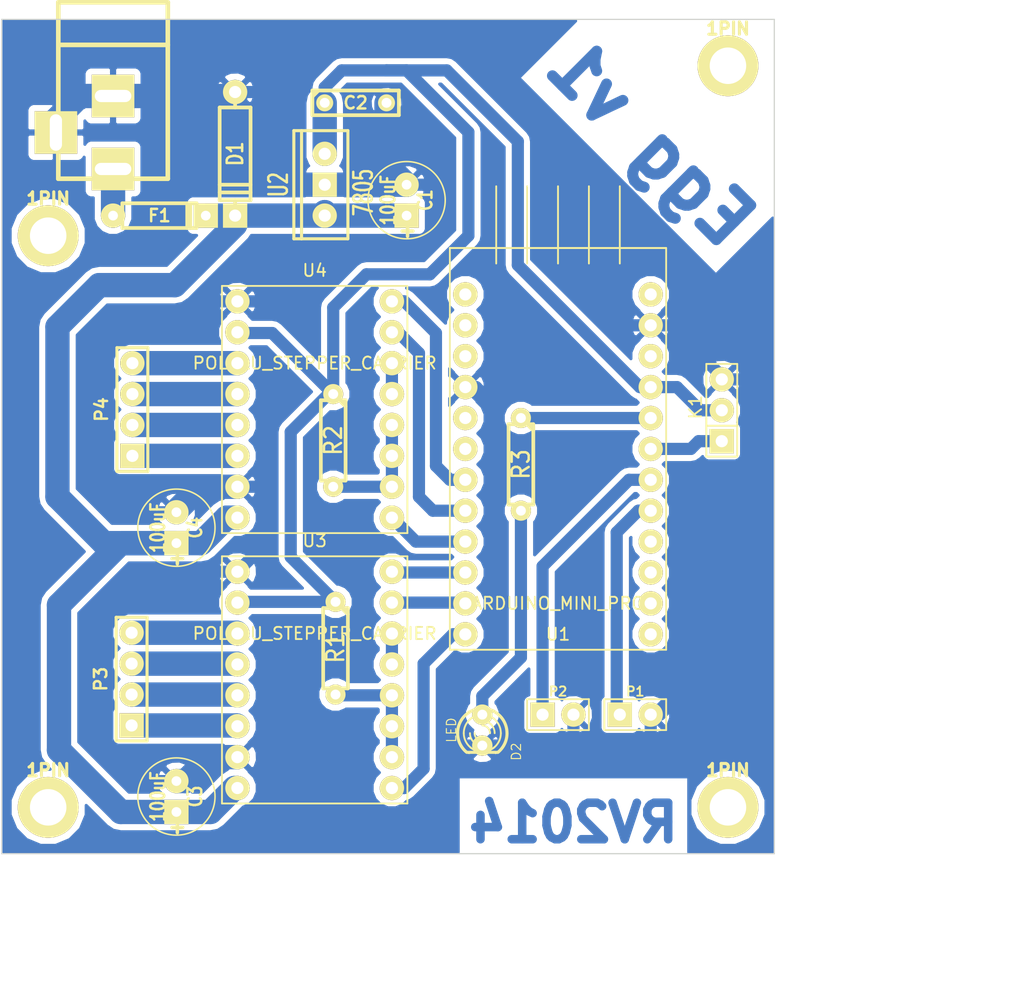
<source format=kicad_pcb>
(kicad_pcb (version 3) (host pcbnew "(2013-may-18)-stable")

  (general
    (links 59)
    (no_connects 0)
    (area 44.399999 23.550879 132.46 106.84)
    (thickness 1.6)
    (drawings 8)
    (tracks 178)
    (zones 0)
    (modules 24)
    (nets 28)
  )

  (page A3)
  (layers
    (15 F.Cu signal)
    (0 B.Cu signal)
    (16 B.Adhes user)
    (17 F.Adhes user)
    (18 B.Paste user)
    (19 F.Paste user)
    (20 B.SilkS user)
    (21 F.SilkS user)
    (22 B.Mask user)
    (23 F.Mask user)
    (24 Dwgs.User user)
    (25 Cmts.User user)
    (26 Eco1.User user)
    (27 Eco2.User user)
    (28 Edge.Cuts user)
  )

  (setup
    (last_trace_width 2)
    (user_trace_width 2)
    (trace_clearance 0.254)
    (zone_clearance 0.5)
    (zone_45_only no)
    (trace_min 0.254)
    (segment_width 0.2)
    (edge_width 0.1)
    (via_size 0.889)
    (via_drill 0.635)
    (via_min_size 0.889)
    (via_min_drill 0.508)
    (uvia_size 0.508)
    (uvia_drill 0.127)
    (uvias_allowed no)
    (uvia_min_size 0.508)
    (uvia_min_drill 0.127)
    (pcb_text_width 0.3)
    (pcb_text_size 1.5 1.5)
    (mod_edge_width 0.15)
    (mod_text_size 1 1)
    (mod_text_width 0.15)
    (pad_size 3.50012 3.50012)
    (pad_drill 2.99974)
    (pad_to_mask_clearance 0)
    (aux_axis_origin 44.45 25.4)
    (visible_elements FFFFFFBF)
    (pcbplotparams
      (layerselection 268435457)
      (usegerberextensions true)
      (excludeedgelayer true)
      (linewidth 0.150000)
      (plotframeref false)
      (viasonmask false)
      (mode 1)
      (useauxorigin true)
      (hpglpennumber 1)
      (hpglpenspeed 20)
      (hpglpendiameter 15)
      (hpglpenoverlay 2)
      (psnegative false)
      (psa4output false)
      (plotreference true)
      (plotvalue true)
      (plotothertext true)
      (plotinvisibletext false)
      (padsonsilk false)
      (subtractmaskfromsilk false)
      (outputformat 1)
      (mirror false)
      (drillshape 0)
      (scaleselection 1)
      (outputdirectory out/))
  )

  (net 0 "")
  (net 1 +12V)
  (net 2 +5V)
  (net 3 /DIR_1)
  (net 4 /DIR_2)
  (net 5 /END_SW_1)
  (net 6 /END_SW_2)
  (net 7 /EN_1)
  (net 8 /EN_2)
  (net 9 /SERVO)
  (net 10 /STEP_1)
  (net 11 /STEP_2)
  (net 12 GND)
  (net 13 N-0000013)
  (net 14 N-0000014)
  (net 15 N-0000015)
  (net 16 N-0000016)
  (net 17 N-0000017)
  (net 18 N-0000018)
  (net 19 N-0000019)
  (net 20 N-0000020)
  (net 21 N-0000021)
  (net 22 N-0000022)
  (net 23 N-0000037)
  (net 24 N-0000038)
  (net 25 N-0000039)
  (net 26 N-0000040)
  (net 27 N-0000041)

  (net_class Default "This is the default net class."
    (clearance 0.254)
    (trace_width 1)
    (via_dia 0.889)
    (via_drill 0.635)
    (uvia_dia 0.508)
    (uvia_drill 0.127)
    (add_net "")
    (add_net +12V)
    (add_net +5V)
    (add_net /DIR_1)
    (add_net /DIR_2)
    (add_net /END_SW_1)
    (add_net /END_SW_2)
    (add_net /EN_1)
    (add_net /EN_2)
    (add_net /SERVO)
    (add_net /STEP_1)
    (add_net /STEP_2)
    (add_net GND)
    (add_net N-0000013)
    (add_net N-0000014)
    (add_net N-0000015)
    (add_net N-0000016)
    (add_net N-0000017)
    (add_net N-0000018)
    (add_net N-0000019)
    (add_net N-0000020)
    (add_net N-0000021)
    (add_net N-0000022)
    (add_net N-0000037)
    (add_net N-0000038)
    (add_net N-0000039)
    (add_net N-0000040)
    (add_net N-0000041)
  )

  (module BARREL_JACK (layer F.Cu) (tedit 533D4026) (tstamp 533D313E)
    (at 53.594 31.496 270)
    (descr "DC Barrel Jack")
    (tags "Power Jack")
    (path /533D2885)
    (fp_text reference J1 (at 10.09904 0 360) (layer F.SilkS)
      (effects (font (size 1.016 1.016) (thickness 0.2032)))
    )
    (fp_text value JACK_2P (at 0 -5.99948 270) (layer F.SilkS) hide
      (effects (font (size 1.016 1.016) (thickness 0.2032)))
    )
    (fp_line (start -4.0005 -4.50088) (end -4.0005 4.50088) (layer F.SilkS) (width 0.381))
    (fp_line (start -7.50062 -4.50088) (end -7.50062 4.50088) (layer F.SilkS) (width 0.381))
    (fp_line (start -7.50062 4.50088) (end 7.00024 4.50088) (layer F.SilkS) (width 0.381))
    (fp_line (start 7.00024 4.50088) (end 7.00024 -4.50088) (layer F.SilkS) (width 0.381))
    (fp_line (start 7.00024 -4.50088) (end -7.50062 -4.50088) (layer F.SilkS) (width 0.381))
    (pad 3 thru_hole rect (at 6.20014 0 270) (size 3.50012 3.50012) (drill oval 1.00076 2.99974)
      (layers *.Cu *.Mask F.SilkS)
      (net 23 N-0000037)
    )
    (pad 1 thru_hole rect (at 0.20066 0 270) (size 3.50012 3.50012) (drill oval 1.00076 2.99974)
      (layers *.Cu *.Mask F.SilkS)
      (net 12 GND)
    )
    (pad 2 thru_hole rect (at 3.2004 4.699 270) (size 3.50012 3.50012) (drill oval 2.99974 1.00076)
      (layers *.Cu *.Mask F.SilkS)
      (net 12 GND)
    )
  )

  (module PIN_ARRAY_4x1 (layer F.Cu) (tedit 533D3CE8) (tstamp 533D306E)
    (at 55.1815 57.4675 90)
    (descr "Double rangee de contacts 2 x 5 pins")
    (tags CONN)
    (path /533D325C)
    (fp_text reference P4 (at 0 -2.54 90) (layer F.SilkS)
      (effects (font (size 1.016 1.016) (thickness 0.2032)))
    )
    (fp_text value CONN_4 (at 0 2.54 90) (layer F.SilkS) hide
      (effects (font (size 1.016 1.016) (thickness 0.2032)))
    )
    (fp_line (start 5.08 1.27) (end -5.08 1.27) (layer F.SilkS) (width 0.254))
    (fp_line (start 5.08 -1.27) (end -5.08 -1.27) (layer F.SilkS) (width 0.254))
    (fp_line (start -5.08 -1.27) (end -5.08 1.27) (layer F.SilkS) (width 0.254))
    (fp_line (start 5.08 1.27) (end 5.08 -1.27) (layer F.SilkS) (width 0.254))
    (pad 1 thru_hole rect (at -3.81 0 90) (size 2 2) (drill 1)
      (layers *.Cu *.Mask F.SilkS)
      (net 19 N-0000019)
    )
    (pad 2 thru_hole circle (at -1.27 0 90) (size 2 2) (drill 1)
      (layers *.Cu *.Mask F.SilkS)
      (net 20 N-0000020)
    )
    (pad 3 thru_hole circle (at 1.27 0 90) (size 2 2) (drill 1)
      (layers *.Cu *.Mask F.SilkS)
      (net 21 N-0000021)
    )
    (pad 4 thru_hole circle (at 3.81 0 90) (size 2 2) (drill 1)
      (layers *.Cu *.Mask F.SilkS)
      (net 22 N-0000022)
    )
    (model pin_array\pins_array_4x1.wrl
      (at (xyz 0 0 0))
      (scale (xyz 1 1 1))
      (rotate (xyz 0 0 0))
    )
  )

  (module R3-LARGE_PADS (layer F.Cu) (tedit 47E26765) (tstamp 533D3046)
    (at 87.122 61.976 270)
    (descr "Resitance 3 pas")
    (tags R)
    (path /533D3408)
    (autoplace_cost180 10)
    (fp_text reference R3 (at 0 0 270) (layer F.SilkS)
      (effects (font (size 1.397 1.27) (thickness 0.2032)))
    )
    (fp_text value 470R (at 0 0 270) (layer F.SilkS) hide
      (effects (font (size 1.397 1.27) (thickness 0.2032)))
    )
    (fp_line (start -3.81 0) (end -3.302 0) (layer F.SilkS) (width 0.3048))
    (fp_line (start 3.81 0) (end 3.302 0) (layer F.SilkS) (width 0.3048))
    (fp_line (start 3.302 0) (end 3.302 -1.016) (layer F.SilkS) (width 0.3048))
    (fp_line (start 3.302 -1.016) (end -3.302 -1.016) (layer F.SilkS) (width 0.3048))
    (fp_line (start -3.302 -1.016) (end -3.302 1.016) (layer F.SilkS) (width 0.3048))
    (fp_line (start -3.302 1.016) (end 3.302 1.016) (layer F.SilkS) (width 0.3048))
    (fp_line (start 3.302 1.016) (end 3.302 0) (layer F.SilkS) (width 0.3048))
    (fp_line (start -3.302 -0.508) (end -2.794 -1.016) (layer F.SilkS) (width 0.3048))
    (pad 1 thru_hole circle (at -3.81 0 270) (size 1.651 1.651) (drill 0.8128)
      (layers *.Cu *.Mask F.SilkS)
      (net 17 N-0000017)
    )
    (pad 2 thru_hole circle (at 3.81 0 270) (size 1.651 1.651) (drill 0.8128)
      (layers *.Cu *.Mask F.SilkS)
      (net 18 N-0000018)
    )
    (model discret/resistor.wrl
      (at (xyz 0 0 0))
      (scale (xyz 0.3 0.3 0.3))
      (rotate (xyz 0 0 0))
    )
  )

  (module R3-LARGE_PADS (layer F.Cu) (tedit 47E26765) (tstamp 533D3054)
    (at 71.6915 60.0075 270)
    (descr "Resitance 3 pas")
    (tags R)
    (path /533D3282)
    (autoplace_cost180 10)
    (fp_text reference R2 (at 0 0 270) (layer F.SilkS)
      (effects (font (size 1.397 1.27) (thickness 0.2032)))
    )
    (fp_text value 10K (at 0 0 270) (layer F.SilkS) hide
      (effects (font (size 1.397 1.27) (thickness 0.2032)))
    )
    (fp_line (start -3.81 0) (end -3.302 0) (layer F.SilkS) (width 0.3048))
    (fp_line (start 3.81 0) (end 3.302 0) (layer F.SilkS) (width 0.3048))
    (fp_line (start 3.302 0) (end 3.302 -1.016) (layer F.SilkS) (width 0.3048))
    (fp_line (start 3.302 -1.016) (end -3.302 -1.016) (layer F.SilkS) (width 0.3048))
    (fp_line (start -3.302 -1.016) (end -3.302 1.016) (layer F.SilkS) (width 0.3048))
    (fp_line (start -3.302 1.016) (end 3.302 1.016) (layer F.SilkS) (width 0.3048))
    (fp_line (start 3.302 1.016) (end 3.302 0) (layer F.SilkS) (width 0.3048))
    (fp_line (start -3.302 -0.508) (end -2.794 -1.016) (layer F.SilkS) (width 0.3048))
    (pad 1 thru_hole circle (at -3.81 0 270) (size 1.651 1.651) (drill 0.8128)
      (layers *.Cu *.Mask F.SilkS)
      (net 2 +5V)
    )
    (pad 2 thru_hole circle (at 3.81 0 270) (size 1.651 1.651) (drill 0.8128)
      (layers *.Cu *.Mask F.SilkS)
      (net 16 N-0000016)
    )
    (model discret/resistor.wrl
      (at (xyz 0 0 0))
      (scale (xyz 0.3 0.3 0.3))
      (rotate (xyz 0 0 0))
    )
  )

  (module R3-LARGE_PADS (layer F.Cu) (tedit 47E26765) (tstamp 533D3062)
    (at 71.882 77.089 270)
    (descr "Resitance 3 pas")
    (tags R)
    (path /533D2D47)
    (autoplace_cost180 10)
    (fp_text reference R1 (at 0 0 270) (layer F.SilkS)
      (effects (font (size 1.397 1.27) (thickness 0.2032)))
    )
    (fp_text value 10K (at 0 0 270) (layer F.SilkS) hide
      (effects (font (size 1.397 1.27) (thickness 0.2032)))
    )
    (fp_line (start -3.81 0) (end -3.302 0) (layer F.SilkS) (width 0.3048))
    (fp_line (start 3.81 0) (end 3.302 0) (layer F.SilkS) (width 0.3048))
    (fp_line (start 3.302 0) (end 3.302 -1.016) (layer F.SilkS) (width 0.3048))
    (fp_line (start 3.302 -1.016) (end -3.302 -1.016) (layer F.SilkS) (width 0.3048))
    (fp_line (start -3.302 -1.016) (end -3.302 1.016) (layer F.SilkS) (width 0.3048))
    (fp_line (start -3.302 1.016) (end 3.302 1.016) (layer F.SilkS) (width 0.3048))
    (fp_line (start 3.302 1.016) (end 3.302 0) (layer F.SilkS) (width 0.3048))
    (fp_line (start -3.302 -0.508) (end -2.794 -1.016) (layer F.SilkS) (width 0.3048))
    (pad 1 thru_hole circle (at -3.81 0 270) (size 1.651 1.651) (drill 0.8128)
      (layers *.Cu *.Mask F.SilkS)
      (net 2 +5V)
    )
    (pad 2 thru_hole circle (at 3.81 0 270) (size 1.651 1.651) (drill 0.8128)
      (layers *.Cu *.Mask F.SilkS)
      (net 13 N-0000013)
    )
    (model discret/resistor.wrl
      (at (xyz 0 0 0))
      (scale (xyz 0.3 0.3 0.3))
      (rotate (xyz 0 0 0))
    )
  )

  (module PIN_ARRAY_4x1 (layer F.Cu) (tedit 4C10F42E) (tstamp 533D307A)
    (at 55.118 79.629 90)
    (descr "Double rangee de contacts 2 x 5 pins")
    (tags CONN)
    (path /533D2AEA)
    (fp_text reference P3 (at 0 -2.54 90) (layer F.SilkS)
      (effects (font (size 1.016 1.016) (thickness 0.2032)))
    )
    (fp_text value CONN_4 (at 0 2.54 90) (layer F.SilkS) hide
      (effects (font (size 1.016 1.016) (thickness 0.2032)))
    )
    (fp_line (start 5.08 1.27) (end -5.08 1.27) (layer F.SilkS) (width 0.254))
    (fp_line (start 5.08 -1.27) (end -5.08 -1.27) (layer F.SilkS) (width 0.254))
    (fp_line (start -5.08 -1.27) (end -5.08 1.27) (layer F.SilkS) (width 0.254))
    (fp_line (start 5.08 1.27) (end 5.08 -1.27) (layer F.SilkS) (width 0.254))
    (pad 1 thru_hole rect (at -3.81 0 90) (size 2 2) (drill 1)
      (layers *.Cu *.Mask F.SilkS)
      (net 27 N-0000041)
    )
    (pad 2 thru_hole circle (at -1.27 0 90) (size 2 2) (drill 1)
      (layers *.Cu *.Mask F.SilkS)
      (net 26 N-0000040)
    )
    (pad 3 thru_hole circle (at 1.27 0 90) (size 2 2) (drill 1)
      (layers *.Cu *.Mask F.SilkS)
      (net 24 N-0000038)
    )
    (pad 4 thru_hole circle (at 3.81 0 90) (size 2 2) (drill 1)
      (layers *.Cu *.Mask F.SilkS)
      (net 25 N-0000039)
    )
    (model pin_array\pins_array_4x1.wrl
      (at (xyz 0 0 0))
      (scale (xyz 1 1 1))
      (rotate (xyz 0 0 0))
    )
  )

  (module PIN_ARRAY_3X1 (layer F.Cu) (tedit 533D3D90) (tstamp 533D3086)
    (at 103.632 57.531 90)
    (descr "Connecteur 3 pins")
    (tags "CONN DEV")
    (path /533D2721)
    (fp_text reference K1 (at 0.254 -2.159 90) (layer F.SilkS)
      (effects (font (size 1.016 1.016) (thickness 0.1524)))
    )
    (fp_text value CONN_3 (at 0 -2.159 90) (layer F.SilkS) hide
      (effects (font (size 1.016 1.016) (thickness 0.1524)))
    )
    (fp_line (start -3.81 1.27) (end -3.81 -1.27) (layer F.SilkS) (width 0.1524))
    (fp_line (start -3.81 -1.27) (end 3.81 -1.27) (layer F.SilkS) (width 0.1524))
    (fp_line (start 3.81 -1.27) (end 3.81 1.27) (layer F.SilkS) (width 0.1524))
    (fp_line (start 3.81 1.27) (end -3.81 1.27) (layer F.SilkS) (width 0.1524))
    (fp_line (start -1.27 -1.27) (end -1.27 1.27) (layer F.SilkS) (width 0.1524))
    (pad 1 thru_hole rect (at -2.54 0 90) (size 2 2) (drill 1)
      (layers *.Cu *.Mask F.SilkS)
      (net 9 /SERVO)
    )
    (pad 2 thru_hole circle (at 0 0 90) (size 2 2) (drill 1)
      (layers *.Cu *.Mask F.SilkS)
      (net 2 +5V)
    )
    (pad 3 thru_hole circle (at 2.54 0 90) (size 2 2) (drill 1)
      (layers *.Cu *.Mask F.SilkS)
      (net 12 GND)
    )
    (model pin_array/pins_array_3x1.wrl
      (at (xyz 0 0 0))
      (scale (xyz 1 1 1))
      (rotate (xyz 0 0 0))
    )
  )

  (module PIN_ARRAY_2X1 (layer F.Cu) (tedit 4565C520) (tstamp 533D3090)
    (at 90.17 82.55)
    (descr "Connecteurs 2 pins")
    (tags "CONN DEV")
    (path /533D304A)
    (fp_text reference P2 (at 0 -1.905) (layer F.SilkS)
      (effects (font (size 0.762 0.762) (thickness 0.1524)))
    )
    (fp_text value CONN_2 (at 0 -1.905) (layer F.SilkS) hide
      (effects (font (size 0.762 0.762) (thickness 0.1524)))
    )
    (fp_line (start -2.54 1.27) (end -2.54 -1.27) (layer F.SilkS) (width 0.1524))
    (fp_line (start -2.54 -1.27) (end 2.54 -1.27) (layer F.SilkS) (width 0.1524))
    (fp_line (start 2.54 -1.27) (end 2.54 1.27) (layer F.SilkS) (width 0.1524))
    (fp_line (start 2.54 1.27) (end -2.54 1.27) (layer F.SilkS) (width 0.1524))
    (pad 1 thru_hole rect (at -1.27 0) (size 2 2) (drill 1)
      (layers *.Cu *.Mask F.SilkS)
      (net 6 /END_SW_2)
    )
    (pad 2 thru_hole circle (at 1.27 0) (size 2 2) (drill 1)
      (layers *.Cu *.Mask F.SilkS)
      (net 12 GND)
    )
    (model pin_array/pins_array_2x1.wrl
      (at (xyz 0 0 0))
      (scale (xyz 1 1 1))
      (rotate (xyz 0 0 0))
    )
  )

  (module PIN_ARRAY_2X1 (layer F.Cu) (tedit 533D3D9F) (tstamp 533D309A)
    (at 96.52 82.55)
    (descr "Connecteurs 2 pins")
    (tags "CONN DEV")
    (path /533D2771)
    (fp_text reference P1 (at 0 -1.905) (layer F.SilkS)
      (effects (font (size 0.762 0.762) (thickness 0.1524)))
    )
    (fp_text value CONN_2 (at 0 -1.905) (layer F.SilkS) hide
      (effects (font (size 0.762 0.762) (thickness 0.1524)))
    )
    (fp_line (start -2.54 1.27) (end -2.54 -1.27) (layer F.SilkS) (width 0.1524))
    (fp_line (start -2.54 -1.27) (end 2.54 -1.27) (layer F.SilkS) (width 0.1524))
    (fp_line (start 2.54 -1.27) (end 2.54 1.27) (layer F.SilkS) (width 0.1524))
    (fp_line (start 2.54 1.27) (end -2.54 1.27) (layer F.SilkS) (width 0.1524))
    (pad 1 thru_hole rect (at -1.27 0) (size 2 2) (drill 1)
      (layers *.Cu *.Mask F.SilkS)
      (net 5 /END_SW_1)
    )
    (pad 2 thru_hole circle (at 1.27 0) (size 2 2) (drill 1)
      (layers *.Cu *.Mask F.SilkS)
      (net 12 GND)
    )
    (model pin_array/pins_array_2x1.wrl
      (at (xyz 0 0 0))
      (scale (xyz 1 1 1))
      (rotate (xyz 0 0 0))
    )
  )

  (module LM78XXV (layer F.Cu) (tedit 533D3D55) (tstamp 533D30A8)
    (at 70.993 38.989 180)
    (descr "Regulateur TO220 serie LM78xx")
    (tags "TR TO220")
    (path /533D28F3)
    (fp_text reference U2 (at 3.81 0 270) (layer F.SilkS)
      (effects (font (size 1.524 1.016) (thickness 0.2032)))
    )
    (fp_text value 7805 (at -3.175 -0.635 270) (layer F.SilkS)
      (effects (font (size 1.524 1.016) (thickness 0.2032)))
    )
    (fp_line (start 1.905 -4.445) (end 2.54 -4.445) (layer F.SilkS) (width 0.254))
    (fp_line (start 2.54 -4.445) (end 2.54 4.445) (layer F.SilkS) (width 0.254))
    (fp_line (start 2.54 4.445) (end 1.905 4.445) (layer F.SilkS) (width 0.254))
    (fp_line (start -1.905 -4.445) (end 1.905 -4.445) (layer F.SilkS) (width 0.254))
    (fp_line (start 1.905 -4.445) (end 1.905 4.445) (layer F.SilkS) (width 0.254))
    (fp_line (start 1.905 4.445) (end -1.905 4.445) (layer F.SilkS) (width 0.254))
    (fp_line (start -1.905 4.445) (end -1.905 -4.445) (layer F.SilkS) (width 0.254))
    (pad VI thru_hole circle (at 0 -2.54 180) (size 2 2) (drill 1)
      (layers *.Cu *.Mask F.SilkS)
      (net 1 +12V)
    )
    (pad GND thru_hole rect (at 0 0 180) (size 2 2) (drill 1)
      (layers *.Cu *.Mask F.SilkS)
      (net 12 GND)
    )
    (pad VO thru_hole circle (at 0 2.54 180) (size 2 2) (drill 1)
      (layers *.Cu *.Mask F.SilkS)
      (net 2 +5V)
    )
  )

  (module LED-3MM (layer F.Cu) (tedit 50ADE848) (tstamp 533D30C1)
    (at 83.947 83.82 270)
    (descr "LED 3mm - Lead pitch 100mil (2,54mm)")
    (tags "LED led 3mm 3MM 100mil 2,54mm")
    (path /533D347F)
    (fp_text reference D2 (at 1.778 -2.794 270) (layer F.SilkS)
      (effects (font (size 0.762 0.762) (thickness 0.0889)))
    )
    (fp_text value LED (at 0 2.54 270) (layer F.SilkS)
      (effects (font (size 0.762 0.762) (thickness 0.0889)))
    )
    (fp_line (start 1.8288 1.27) (end 1.8288 -1.27) (layer F.SilkS) (width 0.254))
    (fp_arc (start 0.254 0) (end -1.27 0) (angle 39.8) (layer F.SilkS) (width 0.1524))
    (fp_arc (start 0.254 0) (end -0.88392 1.01092) (angle 41.6) (layer F.SilkS) (width 0.1524))
    (fp_arc (start 0.254 0) (end 1.4097 -0.9906) (angle 40.6) (layer F.SilkS) (width 0.1524))
    (fp_arc (start 0.254 0) (end 1.778 0) (angle 39.8) (layer F.SilkS) (width 0.1524))
    (fp_arc (start 0.254 0) (end 0.254 -1.524) (angle 54.4) (layer F.SilkS) (width 0.1524))
    (fp_arc (start 0.254 0) (end -0.9652 -0.9144) (angle 53.1) (layer F.SilkS) (width 0.1524))
    (fp_arc (start 0.254 0) (end 1.45542 0.93472) (angle 52.1) (layer F.SilkS) (width 0.1524))
    (fp_arc (start 0.254 0) (end 0.254 1.524) (angle 52.1) (layer F.SilkS) (width 0.1524))
    (fp_arc (start 0.254 0) (end -0.381 0) (angle 90) (layer F.SilkS) (width 0.1524))
    (fp_arc (start 0.254 0) (end -0.762 0) (angle 90) (layer F.SilkS) (width 0.1524))
    (fp_arc (start 0.254 0) (end 0.889 0) (angle 90) (layer F.SilkS) (width 0.1524))
    (fp_arc (start 0.254 0) (end 1.27 0) (angle 90) (layer F.SilkS) (width 0.1524))
    (fp_arc (start 0.254 0) (end 0.254 -2.032) (angle 50.1) (layer F.SilkS) (width 0.254))
    (fp_arc (start 0.254 0) (end -1.5367 -0.95504) (angle 61.9) (layer F.SilkS) (width 0.254))
    (fp_arc (start 0.254 0) (end 1.8034 1.31064) (angle 49.7) (layer F.SilkS) (width 0.254))
    (fp_arc (start 0.254 0) (end 0.254 2.032) (angle 60.2) (layer F.SilkS) (width 0.254))
    (fp_arc (start 0.254 0) (end -1.778 0) (angle 28.3) (layer F.SilkS) (width 0.254))
    (fp_arc (start 0.254 0) (end -1.47574 1.06426) (angle 31.6) (layer F.SilkS) (width 0.254))
    (pad 1 thru_hole circle (at -1.27 0 270) (size 1.6764 1.6764) (drill 0.8128)
      (layers *.Cu *.Mask F.SilkS)
      (net 18 N-0000018)
    )
    (pad 2 thru_hole circle (at 1.27 0 270) (size 1.6764 1.6764) (drill 0.8128)
      (layers *.Cu *.Mask F.SilkS)
      (net 12 GND)
    )
    (model discret/leds/led3_vertical_verde.wrl
      (at (xyz 0 0 0))
      (scale (xyz 1 1 1))
      (rotate (xyz 0 0 0))
    )
  )

  (module DRV8825_CARRIER (layer F.Cu) (tedit 52338CBD) (tstamp 533D30D9)
    (at 70.1675 53.6575 180)
    (path /533D3256)
    (fp_text reference U4 (at 0 7.62 180) (layer F.SilkS)
      (effects (font (size 1 1) (thickness 0.15)))
    )
    (fp_text value POLOLU_STEPPER_CARRIER (at 0 0 180) (layer F.SilkS)
      (effects (font (size 1 1) (thickness 0.15)))
    )
    (fp_line (start -7.62 6.35) (end 7.62 6.35) (layer F.SilkS) (width 0.15))
    (fp_line (start 7.62 -13.97) (end -7.62 -13.97) (layer F.SilkS) (width 0.15))
    (fp_line (start 7.62 -13.97) (end 7.62 6.35) (layer F.SilkS) (width 0.15))
    (fp_line (start -7.62 6.35) (end -7.62 -13.97) (layer F.SilkS) (width 0.15))
    (pad 1 thru_hole circle (at -6.35 -12.7 180) (size 2 2) (drill 1)
      (layers *.Cu *.Mask F.SilkS)
      (net 8 /EN_2)
    )
    (pad 2 thru_hole circle (at -6.35 -10.16 180) (size 2 2) (drill 1)
      (layers *.Cu *.Mask F.SilkS)
      (net 16 N-0000016)
    )
    (pad 3 thru_hole circle (at -6.35 -7.62 180) (size 2 2) (drill 1)
      (layers *.Cu *.Mask F.SilkS)
      (net 16 N-0000016)
    )
    (pad 4 thru_hole circle (at -6.35 -5.08 180) (size 2 2) (drill 1)
      (layers *.Cu *.Mask F.SilkS)
      (net 16 N-0000016)
    )
    (pad 5 thru_hole circle (at -6.35 -2.54 180) (size 2 2) (drill 1)
      (layers *.Cu *.Mask F.SilkS)
      (net 14 N-0000014)
    )
    (pad 6 thru_hole circle (at -6.35 0 180) (size 2 2) (drill 1)
      (layers *.Cu *.Mask F.SilkS)
      (net 14 N-0000014)
    )
    (pad 7 thru_hole circle (at -6.35 2.54 180) (size 2 2) (drill 1)
      (layers *.Cu *.Mask F.SilkS)
      (net 11 /STEP_2)
    )
    (pad 8 thru_hole circle (at -6.35 5.08 180) (size 2 2) (drill 1)
      (layers *.Cu *.Mask F.SilkS)
      (net 4 /DIR_2)
    )
    (pad 9 thru_hole circle (at 6.35 5.08 180) (size 2 2) (drill 1)
      (layers *.Cu *.Mask F.SilkS)
      (net 12 GND)
    )
    (pad 10 thru_hole circle (at 6.35 2.54 180) (size 2 2) (drill 1)
      (layers *.Cu *.Mask F.SilkS)
      (net 2 +5V)
    )
    (pad 11 thru_hole circle (at 6.35 0 180) (size 2 2) (drill 1)
      (layers *.Cu *.Mask F.SilkS)
      (net 22 N-0000022)
    )
    (pad 12 thru_hole circle (at 6.35 -2.54 180) (size 2 2) (drill 1)
      (layers *.Cu *.Mask F.SilkS)
      (net 21 N-0000021)
    )
    (pad 13 thru_hole circle (at 6.35 -5.08 180) (size 2 2) (drill 1)
      (layers *.Cu *.Mask F.SilkS)
      (net 20 N-0000020)
    )
    (pad 14 thru_hole circle (at 6.35 -7.62 180) (size 2 2) (drill 1)
      (layers *.Cu *.Mask F.SilkS)
      (net 19 N-0000019)
    )
    (pad 15 thru_hole circle (at 6.35 -10.16 180) (size 2 2) (drill 1)
      (layers *.Cu *.Mask F.SilkS)
      (net 12 GND)
    )
    (pad 16 thru_hole circle (at 6.35 -12.7 180) (size 2 2) (drill 1)
      (layers *.Cu *.Mask F.SilkS)
      (net 1 +12V)
    )
  )

  (module DRV8825_CARRIER (layer F.Cu) (tedit 533D3DAD) (tstamp 533D30F1)
    (at 70.1675 75.8825 180)
    (path /533D2868)
    (fp_text reference U3 (at 0 7.62 180) (layer F.SilkS)
      (effects (font (size 1 1) (thickness 0.15)))
    )
    (fp_text value POLOLU_STEPPER_CARRIER (at 0 0 180) (layer F.SilkS)
      (effects (font (size 1 1) (thickness 0.15)))
    )
    (fp_line (start -7.62 6.35) (end 7.62 6.35) (layer F.SilkS) (width 0.15))
    (fp_line (start 7.62 -13.97) (end -7.62 -13.97) (layer F.SilkS) (width 0.15))
    (fp_line (start 7.62 -13.97) (end 7.62 6.35) (layer F.SilkS) (width 0.15))
    (fp_line (start -7.62 6.35) (end -7.62 -13.97) (layer F.SilkS) (width 0.15))
    (pad 1 thru_hole circle (at -6.35 -12.7 180) (size 2 2) (drill 1)
      (layers *.Cu *.Mask F.SilkS)
      (net 7 /EN_1)
    )
    (pad 2 thru_hole circle (at -6.35 -10.16 180) (size 2 2) (drill 1)
      (layers *.Cu *.Mask F.SilkS)
      (net 13 N-0000013)
    )
    (pad 3 thru_hole circle (at -6.35 -7.62 180) (size 2 2) (drill 1)
      (layers *.Cu *.Mask F.SilkS)
      (net 13 N-0000013)
    )
    (pad 4 thru_hole circle (at -6.35 -5.08 180) (size 2 2) (drill 1)
      (layers *.Cu *.Mask F.SilkS)
      (net 13 N-0000013)
    )
    (pad 5 thru_hole circle (at -6.35 -2.54 180) (size 2 2) (drill 1)
      (layers *.Cu *.Mask F.SilkS)
      (net 15 N-0000015)
    )
    (pad 6 thru_hole circle (at -6.35 0 180) (size 2 2) (drill 1)
      (layers *.Cu *.Mask F.SilkS)
      (net 15 N-0000015)
    )
    (pad 7 thru_hole circle (at -6.35 2.54 180) (size 2 2) (drill 1)
      (layers *.Cu *.Mask F.SilkS)
      (net 10 /STEP_1)
    )
    (pad 8 thru_hole circle (at -6.35 5.08 180) (size 2 2) (drill 1)
      (layers *.Cu *.Mask F.SilkS)
      (net 3 /DIR_1)
    )
    (pad 9 thru_hole circle (at 6.35 5.08 180) (size 2 2) (drill 1)
      (layers *.Cu *.Mask F.SilkS)
      (net 12 GND)
    )
    (pad 10 thru_hole circle (at 6.35 2.54 180) (size 2 2) (drill 1)
      (layers *.Cu *.Mask F.SilkS)
      (net 2 +5V)
    )
    (pad 11 thru_hole circle (at 6.35 0 180) (size 2 2) (drill 1)
      (layers *.Cu *.Mask F.SilkS)
      (net 25 N-0000039)
    )
    (pad 12 thru_hole circle (at 6.35 -2.54 180) (size 2 2) (drill 1)
      (layers *.Cu *.Mask F.SilkS)
      (net 24 N-0000038)
    )
    (pad 13 thru_hole circle (at 6.35 -5.08 180) (size 2 2) (drill 1)
      (layers *.Cu *.Mask F.SilkS)
      (net 26 N-0000040)
    )
    (pad 14 thru_hole circle (at 6.35 -7.62 180) (size 2 2) (drill 1)
      (layers *.Cu *.Mask F.SilkS)
      (net 27 N-0000041)
    )
    (pad 15 thru_hole circle (at 6.35 -10.16 180) (size 2 2) (drill 1)
      (layers *.Cu *.Mask F.SilkS)
      (net 12 GND)
    )
    (pad 16 thru_hole circle (at 6.35 -12.7 180) (size 2 2) (drill 1)
      (layers *.Cu *.Mask F.SilkS)
      (net 1 +12V)
    )
  )

  (module D4 (layer F.Cu) (tedit 533D3D6D) (tstamp 533D30FF)
    (at 63.627 36.449 270)
    (descr "Diode 4 pas")
    (tags "DIODE DEV")
    (path /533D29FF)
    (fp_text reference D1 (at 0 0 270) (layer F.SilkS)
      (effects (font (size 1.27 1.016) (thickness 0.2032)))
    )
    (fp_text value DIODE (at 0 0 270) (layer F.SilkS) hide
      (effects (font (size 1.27 1.016) (thickness 0.2032)))
    )
    (fp_line (start -3.81 -1.27) (end 3.81 -1.27) (layer F.SilkS) (width 0.3048))
    (fp_line (start 3.81 -1.27) (end 3.81 1.27) (layer F.SilkS) (width 0.3048))
    (fp_line (start 3.81 1.27) (end -3.81 1.27) (layer F.SilkS) (width 0.3048))
    (fp_line (start -3.81 1.27) (end -3.81 -1.27) (layer F.SilkS) (width 0.3048))
    (fp_line (start 3.175 -1.27) (end 3.175 1.27) (layer F.SilkS) (width 0.3048))
    (fp_line (start 2.54 1.27) (end 2.54 -1.27) (layer F.SilkS) (width 0.3048))
    (fp_line (start -3.81 0) (end -5.08 0) (layer F.SilkS) (width 0.3048))
    (fp_line (start 3.81 0) (end 5.08 0) (layer F.SilkS) (width 0.3048))
    (pad 1 thru_hole circle (at -5.08 0 270) (size 2 2) (drill 1)
      (layers *.Cu *.Mask F.SilkS)
      (net 12 GND)
    )
    (pad 2 thru_hole rect (at 5.08 0 270) (size 2 2) (drill 1)
      (layers *.Cu *.Mask F.SilkS)
      (net 1 +12V)
    )
    (model discret/diode.wrl
      (at (xyz 0 0 0))
      (scale (xyz 0.4 0.4 0.4))
      (rotate (xyz 0 0 0))
    )
  )

  (module D3 (layer F.Cu) (tedit 533D3D7D) (tstamp 533D310F)
    (at 57.404 41.529)
    (descr "Diode 3 pas")
    (tags "DIODE DEV")
    (path /533D2A49)
    (fp_text reference F1 (at 0 0) (layer F.SilkS)
      (effects (font (size 1.016 1.016) (thickness 0.2032)))
    )
    (fp_text value 2A (at 0 0) (layer F.SilkS) hide
      (effects (font (size 1.016 1.016) (thickness 0.2032)))
    )
    (fp_line (start 3.81 0) (end 3.048 0) (layer F.SilkS) (width 0.3048))
    (fp_line (start 3.048 0) (end 3.048 -1.016) (layer F.SilkS) (width 0.3048))
    (fp_line (start 3.048 -1.016) (end -3.048 -1.016) (layer F.SilkS) (width 0.3048))
    (fp_line (start -3.048 -1.016) (end -3.048 0) (layer F.SilkS) (width 0.3048))
    (fp_line (start -3.048 0) (end -3.81 0) (layer F.SilkS) (width 0.3048))
    (fp_line (start -3.048 0) (end -3.048 1.016) (layer F.SilkS) (width 0.3048))
    (fp_line (start -3.048 1.016) (end 3.048 1.016) (layer F.SilkS) (width 0.3048))
    (fp_line (start 3.048 1.016) (end 3.048 0) (layer F.SilkS) (width 0.3048))
    (fp_line (start 2.54 -1.016) (end 2.54 1.016) (layer F.SilkS) (width 0.3048))
    (fp_line (start 2.286 1.016) (end 2.286 -1.016) (layer F.SilkS) (width 0.3048))
    (pad 2 thru_hole rect (at 3.81 0) (size 2 2) (drill 0.8)
      (layers *.Cu *.Mask F.SilkS)
      (net 1 +12V)
    )
    (pad 1 thru_hole circle (at -3.81 0) (size 2 2) (drill 0.8)
      (layers *.Cu *.Mask F.SilkS)
      (net 23 N-0000037)
    )
    (model discret/diode.wrl
      (at (xyz 0 0 0))
      (scale (xyz 0.3 0.3 0.3))
      (rotate (xyz 0 0 0))
    )
  )

  (module C2 (layer F.Cu) (tedit 200000) (tstamp 533D311A)
    (at 73.533 32.258)
    (descr "Condensateur = 2 pas")
    (tags C)
    (path /533D29B4)
    (fp_text reference C2 (at 0 0) (layer F.SilkS)
      (effects (font (size 1.016 1.016) (thickness 0.2032)))
    )
    (fp_text value 10uF (at 0 0) (layer F.SilkS) hide
      (effects (font (size 1.016 1.016) (thickness 0.2032)))
    )
    (fp_line (start -3.556 -1.016) (end 3.556 -1.016) (layer F.SilkS) (width 0.3048))
    (fp_line (start 3.556 -1.016) (end 3.556 1.016) (layer F.SilkS) (width 0.3048))
    (fp_line (start 3.556 1.016) (end -3.556 1.016) (layer F.SilkS) (width 0.3048))
    (fp_line (start -3.556 1.016) (end -3.556 -1.016) (layer F.SilkS) (width 0.3048))
    (fp_line (start -3.556 -0.508) (end -3.048 -1.016) (layer F.SilkS) (width 0.3048))
    (pad 1 thru_hole circle (at -2.54 0) (size 1.397 1.397) (drill 0.8128)
      (layers *.Cu *.Mask F.SilkS)
      (net 2 +5V)
    )
    (pad 2 thru_hole circle (at 2.54 0) (size 1.397 1.397) (drill 0.8128)
      (layers *.Cu *.Mask F.SilkS)
      (net 12 GND)
    )
    (model discret/capa_2pas_5x5mm.wrl
      (at (xyz 0 0 0))
      (scale (xyz 1 1 1))
      (rotate (xyz 0 0 0))
    )
  )

  (module C1V7 (layer F.Cu) (tedit 200000) (tstamp 533D3122)
    (at 77.724 40.259 90)
    (path /533D2A98)
    (fp_text reference C1 (at 0 1.524 90) (layer F.SilkS)
      (effects (font (size 1.143 0.889) (thickness 0.2032)))
    )
    (fp_text value 100uF (at 0 -1.524 90) (layer F.SilkS)
      (effects (font (size 1.143 0.889) (thickness 0.2032)))
    )
    (fp_text user + (at -2.54 0 90) (layer F.SilkS)
      (effects (font (size 1.143 1.143) (thickness 0.3048)))
    )
    (fp_circle (center 0 0) (end 3.175 0) (layer F.SilkS) (width 0.127))
    (pad 1 thru_hole rect (at -1.27 0 90) (size 2 2) (drill 0.8)
      (layers *.Cu *.Mask F.SilkS)
      (net 1 +12V)
    )
    (pad 2 thru_hole circle (at 1.27 0 90) (size 2 2) (drill 0.8)
      (layers *.Cu *.Mask F.SilkS)
      (net 12 GND)
    )
    (model discret/c_vert_c1v7.wrl
      (at (xyz 0 0 0))
      (scale (xyz 1 1 1))
      (rotate (xyz 0 0 0))
    )
  )

  (module C1V7 (layer F.Cu) (tedit 533D3D34) (tstamp 533D312A)
    (at 58.801 89.281 90)
    (path /533D2EB6)
    (fp_text reference C3 (at 0 1.524 90) (layer F.SilkS)
      (effects (font (size 1.143 0.889) (thickness 0.2032)))
    )
    (fp_text value 100uF (at 0 -1.524 90) (layer F.SilkS)
      (effects (font (size 1.143 0.889) (thickness 0.2032)))
    )
    (fp_text user + (at -2.54 0 90) (layer F.SilkS)
      (effects (font (size 1.143 1.143) (thickness 0.3048)))
    )
    (fp_circle (center 0 0) (end 3.175 0) (layer F.SilkS) (width 0.127))
    (pad 1 thru_hole rect (at -1.27 0 90) (size 2 2) (drill 0.8)
      (layers *.Cu *.Mask F.SilkS)
      (net 1 +12V)
    )
    (pad 2 thru_hole circle (at 1.27 0 90) (size 2 2) (drill 0.8)
      (layers *.Cu *.Mask F.SilkS)
      (net 12 GND)
    )
    (model discret/c_vert_c1v7.wrl
      (at (xyz 0 0 0))
      (scale (xyz 1 1 1))
      (rotate (xyz 0 0 0))
    )
  )

  (module C1V7 (layer F.Cu) (tedit 200000) (tstamp 533D3132)
    (at 58.801 67.183 90)
    (path /533D3299)
    (fp_text reference C4 (at 0 1.524 90) (layer F.SilkS)
      (effects (font (size 1.143 0.889) (thickness 0.2032)))
    )
    (fp_text value 100uF (at 0 -1.524 90) (layer F.SilkS)
      (effects (font (size 1.143 0.889) (thickness 0.2032)))
    )
    (fp_text user + (at -2.54 0 90) (layer F.SilkS)
      (effects (font (size 1.143 1.143) (thickness 0.3048)))
    )
    (fp_circle (center 0 0) (end 3.175 0) (layer F.SilkS) (width 0.127))
    (pad 1 thru_hole rect (at -1.27 0 90) (size 2 2) (drill 0.8)
      (layers *.Cu *.Mask F.SilkS)
      (net 1 +12V)
    )
    (pad 2 thru_hole circle (at 1.27 0 90) (size 2 2) (drill 0.8)
      (layers *.Cu *.Mask F.SilkS)
      (net 12 GND)
    )
    (model discret/c_vert_c1v7.wrl
      (at (xyz 0 0 0))
      (scale (xyz 1 1 1))
      (rotate (xyz 0 0 0))
    )
  )

  (module ARDUINO_MINI (layer F.Cu) (tedit 533D3DB0) (tstamp 533D3164)
    (at 85.09 58.166)
    (path /533D26C1)
    (fp_text reference U1 (at 5.08 17.78) (layer F.SilkS)
      (effects (font (size 1 1) (thickness 0.15)))
    )
    (fp_text value ARDUINO_MINI_PRO (at 5.08 15.24) (layer F.SilkS)
      (effects (font (size 1 1) (thickness 0.15)))
    )
    (fp_line (start 10.16 -19.05) (end 10.16 -12.7) (layer F.SilkS) (width 0.15))
    (fp_line (start 7.62 -19.05) (end 7.62 -12.7) (layer F.SilkS) (width 0.15))
    (fp_line (start 5.08 -19.05) (end 5.08 -12.7) (layer F.SilkS) (width 0.15))
    (fp_line (start 2.54 -19.05) (end 2.54 -12.7) (layer F.SilkS) (width 0.15))
    (fp_line (start 0 -12.7) (end 0 -19.05) (layer F.SilkS) (width 0.15))
    (fp_line (start -3.81 -13.97) (end 13.97 -13.97) (layer F.SilkS) (width 0.15))
    (fp_line (start 13.97 -13.97) (end 13.97 19.05) (layer F.SilkS) (width 0.15))
    (fp_line (start 13.97 19.05) (end -3.81 19.05) (layer F.SilkS) (width 0.15))
    (fp_line (start -3.81 19.05) (end -3.81 -13.97) (layer F.SilkS) (width 0.15))
    (fp_line (start -3.81 -13.97) (end 13.97 -13.97) (layer F.SilkS) (width 0.15))
    (pad 1 thru_hole circle (at -2.54 -10.16) (size 2 2) (drill 1)
      (layers *.Cu *.Mask F.SilkS)
    )
    (pad 2 thru_hole circle (at -2.54 -7.62) (size 2 2) (drill 1)
      (layers *.Cu *.Mask F.SilkS)
    )
    (pad 3 thru_hole circle (at -2.54 -5.08) (size 2 2) (drill 1)
      (layers *.Cu *.Mask F.SilkS)
    )
    (pad 4 thru_hole circle (at -2.54 -2.54) (size 2 2) (drill 1)
      (layers *.Cu *.Mask F.SilkS)
      (net 12 GND)
    )
    (pad 5 thru_hole circle (at -2.54 0) (size 2 2) (drill 1)
      (layers *.Cu *.Mask F.SilkS)
    )
    (pad 6 thru_hole circle (at -2.54 2.54) (size 2 2) (drill 1)
      (layers *.Cu *.Mask F.SilkS)
    )
    (pad 7 thru_hole circle (at -2.54 5.08) (size 2 2) (drill 1)
      (layers *.Cu *.Mask F.SilkS)
      (net 4 /DIR_2)
    )
    (pad 8 thru_hole circle (at -2.54 7.62) (size 2 2) (drill 1)
      (layers *.Cu *.Mask F.SilkS)
      (net 11 /STEP_2)
    )
    (pad 9 thru_hole circle (at -2.54 10.16) (size 2 2) (drill 1)
      (layers *.Cu *.Mask F.SilkS)
      (net 8 /EN_2)
    )
    (pad 10 thru_hole circle (at -2.54 12.7) (size 2 2) (drill 1)
      (layers *.Cu *.Mask F.SilkS)
      (net 3 /DIR_1)
    )
    (pad 11 thru_hole circle (at -2.54 15.24) (size 2 2) (drill 1)
      (layers *.Cu *.Mask F.SilkS)
      (net 10 /STEP_1)
    )
    (pad 12 thru_hole circle (at -2.54 17.78) (size 2 2) (drill 1)
      (layers *.Cu *.Mask F.SilkS)
      (net 7 /EN_1)
    )
    (pad 17 thru_hole circle (at 12.7 17.78) (size 2 2) (drill 1)
      (layers *.Cu *.Mask F.SilkS)
    )
    (pad 18 thru_hole circle (at 12.7 15.24) (size 2 2) (drill 1)
      (layers *.Cu *.Mask F.SilkS)
    )
    (pad 19 thru_hole circle (at 12.7 12.7) (size 2 2) (drill 1)
      (layers *.Cu *.Mask F.SilkS)
    )
    (pad 20 thru_hole circle (at 12.7 10.16) (size 2 2) (drill 1)
      (layers *.Cu *.Mask F.SilkS)
    )
    (pad 21 thru_hole circle (at 12.7 7.62) (size 2 2) (drill 1)
      (layers *.Cu *.Mask F.SilkS)
      (net 5 /END_SW_1)
    )
    (pad 22 thru_hole circle (at 12.7 5.08) (size 2 2) (drill 1)
      (layers *.Cu *.Mask F.SilkS)
      (net 6 /END_SW_2)
    )
    (pad 23 thru_hole circle (at 12.7 2.54) (size 2 2) (drill 1)
      (layers *.Cu *.Mask F.SilkS)
      (net 9 /SERVO)
    )
    (pad 24 thru_hole circle (at 12.7 0) (size 2 2) (drill 1)
      (layers *.Cu *.Mask F.SilkS)
      (net 17 N-0000017)
    )
    (pad 25 thru_hole circle (at 12.7 -2.54) (size 2 2) (drill 1)
      (layers *.Cu *.Mask F.SilkS)
      (net 2 +5V)
    )
    (pad 26 thru_hole circle (at 12.7 -5.08) (size 2 2) (drill 1)
      (layers *.Cu *.Mask F.SilkS)
    )
    (pad 27 thru_hole circle (at 12.7 -7.62) (size 2 2) (drill 1)
      (layers *.Cu *.Mask F.SilkS)
      (net 12 GND)
    )
    (pad 28 thru_hole circle (at 12.7 -10.16) (size 2 2) (drill 1)
      (layers *.Cu *.Mask F.SilkS)
    )
  )

  (module 1pin (layer F.Cu) (tedit 533D3E52) (tstamp 533D5A30)
    (at 104.14 29.21)
    (descr "module 1 pin (ou trou mecanique de percage)")
    (tags DEV)
    (path 1pin)
    (fp_text reference 1PIN (at 0 -3.048) (layer F.SilkS)
      (effects (font (size 1.016 1.016) (thickness 0.254)))
    )
    (fp_text value P*** (at 0 2.794) (layer F.SilkS) hide
      (effects (font (size 1.016 1.016) (thickness 0.254)))
    )
    (fp_circle (center 0 0) (end 0 -2.286) (layer F.SilkS) (width 0.381))
    (pad 1 thru_hole circle (at 0 0) (size 5 5) (drill 3)
      (layers *.Cu *.Mask F.SilkS)
    )
  )

  (module 1pin (layer F.Cu) (tedit 200000) (tstamp 533D5A3C)
    (at 104.14 90.17)
    (descr "module 1 pin (ou trou mecanique de percage)")
    (tags DEV)
    (path 1pin)
    (fp_text reference 1PIN (at 0 -3.048) (layer F.SilkS)
      (effects (font (size 1.016 1.016) (thickness 0.254)))
    )
    (fp_text value P*** (at 0 2.794) (layer F.SilkS) hide
      (effects (font (size 1.016 1.016) (thickness 0.254)))
    )
    (fp_circle (center 0 0) (end 0 -2.286) (layer F.SilkS) (width 0.381))
    (pad 1 thru_hole circle (at 0 0) (size 5 5) (drill 3)
      (layers *.Cu *.Mask F.SilkS)
    )
  )

  (module 1pin (layer F.Cu) (tedit 200000) (tstamp 533D5A47)
    (at 48.26 90.17)
    (descr "module 1 pin (ou trou mecanique de percage)")
    (tags DEV)
    (path 1pin)
    (fp_text reference 1PIN (at 0 -3.048) (layer F.SilkS)
      (effects (font (size 1.016 1.016) (thickness 0.254)))
    )
    (fp_text value P*** (at 0 2.794) (layer F.SilkS) hide
      (effects (font (size 1.016 1.016) (thickness 0.254)))
    )
    (fp_circle (center 0 0) (end 0 -2.286) (layer F.SilkS) (width 0.381))
    (pad 1 thru_hole circle (at 0 0) (size 5 5) (drill 3)
      (layers *.Cu *.Mask F.SilkS)
    )
  )

  (module 1pin (layer F.Cu) (tedit 533D3E2D) (tstamp 533D5A52)
    (at 48.26 43.18)
    (descr "module 1 pin (ou trou mecanique de percage)")
    (tags DEV)
    (path 1pin)
    (fp_text reference 1PIN (at 0 -3.048) (layer F.SilkS)
      (effects (font (size 1.016 1.016) (thickness 0.254)))
    )
    (fp_text value P*** (at 0 2.794) (layer F.SilkS) hide
      (effects (font (size 1.016 1.016) (thickness 0.254)))
    )
    (fp_circle (center 0 0) (end 0 -2.286) (layer F.SilkS) (width 0.381))
    (pad 1 thru_hole circle (at 0 0) (size 5 5) (drill 3)
      (layers *.Cu *.Mask F.SilkS)
    )
  )

  (gr_line (start 107.95 25.4) (end 44.45 25.4) (angle 90) (layer Edge.Cuts) (width 0.1))
  (gr_line (start 107.95 93.98) (end 107.95 25.4) (angle 90) (layer Edge.Cuts) (width 0.1))
  (gr_line (start 44.45 93.98) (end 107.95 93.98) (angle 90) (layer Edge.Cuts) (width 0.1))
  (gr_line (start 44.45 25.4) (end 44.45 93.98) (angle 90) (layer Edge.Cuts) (width 0.1))
  (gr_text "Egg v1" (at 97.79 35.56 315) (layer B.Cu)
    (effects (font (size 4 4) (thickness 0.9)) (justify mirror))
  )
  (gr_text RV2014 (at 91.44 91.44) (layer B.Cu)
    (effects (font (size 3 3) (thickness 0.7)) (justify mirror))
  )
  (dimension 68.58 (width 0.3) (layer Eco2.User)
    (gr_text "68.580 mm" (at 125.81 59.69 90) (layer Eco2.User)
      (effects (font (size 1.5 1.5) (thickness 0.3)))
    )
    (feature1 (pts (xy 107.95 25.4) (xy 127.16 25.4)))
    (feature2 (pts (xy 107.95 93.98) (xy 127.16 93.98)))
    (crossbar (pts (xy 124.46 93.98) (xy 124.46 25.4)))
    (arrow1a (pts (xy 124.46 25.4) (xy 125.04642 26.526503)))
    (arrow1b (pts (xy 124.46 25.4) (xy 123.87358 26.526503)))
    (arrow2a (pts (xy 124.46 93.98) (xy 125.04642 92.853497)))
    (arrow2b (pts (xy 124.46 93.98) (xy 123.87358 92.853497)))
  )
  (dimension 63.5 (width 0.3) (layer Eco2.User)
    (gr_text "63.500 mm" (at 76.2 105.489999) (layer Eco2.User)
      (effects (font (size 1.5 1.5) (thickness 0.3)))
    )
    (feature1 (pts (xy 107.95 93.98) (xy 107.95 106.839999)))
    (feature2 (pts (xy 44.45 93.98) (xy 44.45 106.839999)))
    (crossbar (pts (xy 44.45 104.139999) (xy 107.95 104.139999)))
    (arrow1a (pts (xy 107.95 104.139999) (xy 106.823497 104.726419)))
    (arrow1b (pts (xy 107.95 104.139999) (xy 106.823497 103.553579)))
    (arrow2a (pts (xy 44.45 104.139999) (xy 45.576503 104.726419)))
    (arrow2b (pts (xy 44.45 104.139999) (xy 45.576503 103.553579)))
  )

  (segment (start 58.801 68.453) (end 54.229 68.453) (width 2) (layer B.Cu) (net 1))
  (segment (start 54.229 90.551) (end 58.801 90.551) (width 2) (layer B.Cu) (net 1) (tstamp 533D3B49))
  (segment (start 49.149 85.471) (end 54.229 90.551) (width 2) (layer B.Cu) (net 1) (tstamp 533D3B48))
  (segment (start 49.149 73.533) (end 49.149 85.471) (width 2) (layer B.Cu) (net 1) (tstamp 533D3B47))
  (segment (start 54.229 68.453) (end 49.149 73.533) (width 2) (layer B.Cu) (net 1) (tstamp 533D3B46))
  (segment (start 63.627 41.529) (end 63.627 42.291) (width 2) (layer B.Cu) (net 1))
  (segment (start 52.832 68.453) (end 58.801 68.453) (width 2) (layer B.Cu) (net 1) (tstamp 533D3B43))
  (segment (start 49.022 64.643) (end 52.832 68.453) (width 2) (layer B.Cu) (net 1) (tstamp 533D3B42))
  (segment (start 49.022 50.673) (end 49.022 64.643) (width 2) (layer B.Cu) (net 1) (tstamp 533D3B41))
  (segment (start 52.451 47.244) (end 49.022 50.673) (width 2) (layer B.Cu) (net 1) (tstamp 533D3B40))
  (segment (start 58.674 47.244) (end 52.451 47.244) (width 2) (layer B.Cu) (net 1) (tstamp 533D3B3F))
  (segment (start 63.627 42.291) (end 58.674 47.244) (width 2) (layer B.Cu) (net 1) (tstamp 533D3B3E))
  (segment (start 63.627 41.529) (end 61.214 41.529) (width 2) (layer B.Cu) (net 1))
  (segment (start 70.993 41.529) (end 63.627 41.529) (width 2) (layer B.Cu) (net 1))
  (segment (start 77.724 41.529) (end 71.278998 41.529) (width 2) (layer B.Cu) (net 1))
  (segment (start 70.993 41.243002) (end 70.993 41.529) (width 2) (layer B.Cu) (net 1) (tstamp 533D3B35))
  (segment (start 71.278998 41.529) (end 70.993 41.243002) (width 2) (layer B.Cu) (net 1) (tstamp 533D3B33))
  (segment (start 58.801 90.551) (end 61.595 90.551) (width 2) (layer B.Cu) (net 1))
  (segment (start 61.595 90.551) (end 63.5635 88.5825) (width 2) (layer B.Cu) (net 1) (tstamp 533D3B19))
  (segment (start 63.5635 88.5825) (end 63.8175 88.5825) (width 2) (layer B.Cu) (net 1) (tstamp 533D3B1A))
  (segment (start 63.8175 66.3575) (end 62.9285 66.3575) (width 2) (layer B.Cu) (net 1))
  (segment (start 62.9285 66.3575) (end 60.833 68.453) (width 2) (layer B.Cu) (net 1) (tstamp 533D3B01))
  (segment (start 60.833 68.453) (end 58.801 68.453) (width 2) (layer B.Cu) (net 1) (tstamp 533D3B02))
  (segment (start 71.6915 56.1975) (end 71.6915 49.0855) (width 1) (layer B.Cu) (net 2))
  (segment (start 77.724 29.591) (end 76.073 29.591) (width 1) (layer B.Cu) (net 2) (tstamp 533D3C70))
  (segment (start 82.804 34.671) (end 77.724 29.591) (width 1) (layer B.Cu) (net 2) (tstamp 533D3C6E))
  (segment (start 82.804 43.18) (end 82.804 34.671) (width 1) (layer B.Cu) (net 2) (tstamp 533D3C6A))
  (segment (start 79.629 46.355) (end 82.804 43.18) (width 1) (layer B.Cu) (net 2) (tstamp 533D3C69))
  (segment (start 74.422 46.355) (end 79.629 46.355) (width 1) (layer B.Cu) (net 2) (tstamp 533D3C68))
  (segment (start 71.6915 49.0855) (end 74.422 46.355) (width 1) (layer B.Cu) (net 2) (tstamp 533D3C67))
  (segment (start 71.6915 56.1975) (end 71.3105 56.1975) (width 1) (layer B.Cu) (net 2))
  (segment (start 68.199 69.596) (end 71.882 73.279) (width 1) (layer B.Cu) (net 2) (tstamp 533D3C16))
  (segment (start 68.199 59.309) (end 68.199 69.596) (width 1) (layer B.Cu) (net 2) (tstamp 533D3C15))
  (segment (start 71.3105 56.1975) (end 68.199 59.309) (width 1) (layer B.Cu) (net 2) (tstamp 533D3C14))
  (segment (start 71.6915 56.1975) (end 66.675 51.181) (width 1) (layer B.Cu) (net 2))
  (segment (start 63.881 51.181) (end 63.8175 51.1175) (width 1) (layer B.Cu) (net 2) (tstamp 533D3C11))
  (segment (start 66.675 51.181) (end 63.881 51.181) (width 1) (layer B.Cu) (net 2) (tstamp 533D3C10))
  (segment (start 71.882 73.279) (end 63.881 73.279) (width 1) (layer B.Cu) (net 2))
  (segment (start 63.881 73.279) (end 63.8175 73.3425) (width 1) (layer B.Cu) (net 2) (tstamp 533D3C0C))
  (segment (start 97.79 55.626) (end 96.901 55.626) (width 1) (layer B.Cu) (net 2))
  (segment (start 96.901 55.626) (end 86.868 45.593) (width 1) (layer B.Cu) (net 2) (tstamp 533D3BE6))
  (segment (start 86.868 45.593) (end 86.868 35.433) (width 1) (layer B.Cu) (net 2) (tstamp 533D3BEA))
  (segment (start 86.868 35.433) (end 81.026 29.591) (width 1) (layer B.Cu) (net 2) (tstamp 533D3BEC))
  (segment (start 81.026 29.591) (end 76.073 29.591) (width 1) (layer B.Cu) (net 2) (tstamp 533D3BEE))
  (segment (start 70.993 30.988) (end 70.993 32.258) (width 1) (layer B.Cu) (net 2) (tstamp 533D3BF1))
  (segment (start 76.073 29.591) (end 72.39 29.591) (width 1) (layer B.Cu) (net 2) (tstamp 533D3C74))
  (segment (start 72.39 29.591) (end 70.993 30.988) (width 1) (layer B.Cu) (net 2) (tstamp 533D3BF0))
  (segment (start 97.79 55.626) (end 99.949 55.626) (width 1) (layer B.Cu) (net 2))
  (segment (start 101.854 57.531) (end 103.632 57.531) (width 1) (layer B.Cu) (net 2) (tstamp 533D3BD8))
  (segment (start 99.949 55.626) (end 101.854 57.531) (width 1) (layer B.Cu) (net 2) (tstamp 533D3BD7))
  (segment (start 70.993 36.449) (end 70.993 32.258) (width 2) (layer B.Cu) (net 2))
  (segment (start 82.55 70.866) (end 76.581 70.866) (width 1) (layer B.Cu) (net 3))
  (segment (start 76.581 70.866) (end 76.5175 70.8025) (width 1) (layer B.Cu) (net 3) (tstamp 533D3B6D))
  (segment (start 76.5175 48.5775) (end 77.5335 48.5775) (width 1) (layer B.Cu) (net 4))
  (segment (start 81.28 63.246) (end 82.55 63.246) (width 1) (layer B.Cu) (net 4) (tstamp 533D3B83))
  (segment (start 80.137 62.103) (end 81.28 63.246) (width 1) (layer B.Cu) (net 4) (tstamp 533D3B82))
  (segment (start 80.137 51.181) (end 80.137 62.103) (width 1) (layer B.Cu) (net 4) (tstamp 533D3B81))
  (segment (start 77.5335 48.5775) (end 80.137 51.181) (width 1) (layer B.Cu) (net 4) (tstamp 533D3B80))
  (segment (start 97.79 65.786) (end 96.774 65.786) (width 1) (layer B.Cu) (net 5))
  (segment (start 94.996 82.296) (end 95.25 82.55) (width 1) (layer B.Cu) (net 5) (tstamp 533D5ABF))
  (segment (start 94.996 67.564) (end 94.996 82.296) (width 1) (layer B.Cu) (net 5) (tstamp 533D5ABE))
  (segment (start 96.774 65.786) (end 94.996 67.564) (width 1) (layer B.Cu) (net 5) (tstamp 533D5ABD))
  (segment (start 88.9 82.55) (end 88.9 70.358) (width 1) (layer B.Cu) (net 6))
  (segment (start 96.012 63.246) (end 97.79 63.246) (width 1) (layer B.Cu) (net 6) (tstamp 533D5ABA))
  (segment (start 88.9 70.358) (end 96.012 63.246) (width 1) (layer B.Cu) (net 6) (tstamp 533D5AB8))
  (segment (start 76.5175 88.5825) (end 77.5335 88.5825) (width 1) (layer B.Cu) (net 7))
  (segment (start 81.534 75.946) (end 82.55 75.946) (width 1) (layer B.Cu) (net 7) (tstamp 533D3B65))
  (segment (start 79.121 78.359) (end 81.534 75.946) (width 1) (layer B.Cu) (net 7) (tstamp 533D3B64))
  (segment (start 79.121 86.995) (end 79.121 78.359) (width 1) (layer B.Cu) (net 7) (tstamp 533D3B63))
  (segment (start 77.5335 88.5825) (end 79.121 86.995) (width 1) (layer B.Cu) (net 7) (tstamp 533D3B62))
  (segment (start 82.55 68.326) (end 78.486 68.326) (width 1) (layer B.Cu) (net 8))
  (segment (start 78.486 68.326) (end 76.5175 66.3575) (width 1) (layer B.Cu) (net 8) (tstamp 533D3B70))
  (segment (start 103.632 60.071) (end 101.727 60.071) (width 1) (layer B.Cu) (net 9))
  (segment (start 101.092 60.706) (end 97.79 60.706) (width 1) (layer B.Cu) (net 9) (tstamp 533D3BD4))
  (segment (start 101.727 60.071) (end 101.092 60.706) (width 1) (layer B.Cu) (net 9) (tstamp 533D3BD3))
  (segment (start 76.5175 73.3425) (end 82.4865 73.3425) (width 1) (layer B.Cu) (net 10))
  (segment (start 82.4865 73.3425) (end 82.55 73.406) (width 1) (layer B.Cu) (net 10) (tstamp 533D3B6A))
  (segment (start 76.5175 51.1175) (end 77.0255 51.1175) (width 1) (layer B.Cu) (net 11))
  (segment (start 79.883 65.786) (end 82.55 65.786) (width 1) (layer B.Cu) (net 11) (tstamp 533D3B7D))
  (segment (start 78.74 64.643) (end 79.883 65.786) (width 1) (layer B.Cu) (net 11) (tstamp 533D3B7C))
  (segment (start 78.74 52.832) (end 78.74 64.643) (width 1) (layer B.Cu) (net 11) (tstamp 533D3B7B))
  (segment (start 77.0255 51.1175) (end 78.74 52.832) (width 1) (layer B.Cu) (net 11) (tstamp 533D3B7A))
  (segment (start 53.594 31.69666) (end 63.29934 31.69666) (width 2) (layer B.Cu) (net 12) (status C00000))
  (segment (start 63.29934 31.69666) (end 63.627 31.369) (width 2) (layer B.Cu) (net 12) (tstamp 533D5B31) (status C00000))
  (segment (start 48.895 34.6964) (end 48.895 33.655) (width 2) (layer B.Cu) (net 12) (status C00000))
  (segment (start 50.85334 31.69666) (end 53.594 31.69666) (width 2) (layer B.Cu) (net 12) (tstamp 533D5B2E) (status 800000))
  (segment (start 48.895 33.655) (end 50.85334 31.69666) (width 2) (layer B.Cu) (net 12) (tstamp 533D5B2D) (status 400000))
  (segment (start 97.79 82.55) (end 98.552 82.55) (width 1) (layer B.Cu) (net 12))
  (segment (start 105.537 54.991) (end 103.632 54.991) (width 1) (layer B.Cu) (net 12) (tstamp 533D5ACE))
  (segment (start 105.918 55.372) (end 105.537 54.991) (width 1) (layer B.Cu) (net 12) (tstamp 533D5ACD))
  (segment (start 105.918 75.184) (end 105.918 55.372) (width 1) (layer B.Cu) (net 12) (tstamp 533D5ACB))
  (segment (start 98.552 82.55) (end 105.918 75.184) (width 1) (layer B.Cu) (net 12) (tstamp 533D5ACA))
  (segment (start 91.44 84.836) (end 97.282 84.836) (width 1) (layer B.Cu) (net 12))
  (segment (start 97.79 84.328) (end 97.79 82.55) (width 1) (layer B.Cu) (net 12) (tstamp 533D5AC7))
  (segment (start 97.282 84.836) (end 97.79 84.328) (width 1) (layer B.Cu) (net 12) (tstamp 533D5AC6))
  (segment (start 91.44 82.55) (end 91.44 84.836) (width 1) (layer B.Cu) (net 12))
  (segment (start 91.186 85.09) (end 83.947 85.09) (width 1) (layer B.Cu) (net 12) (tstamp 533D5AC3))
  (segment (start 91.44 84.836) (end 91.186 85.09) (width 1) (layer B.Cu) (net 12) (tstamp 533D5AC2))
  (segment (start 82.55 55.626) (end 83.439 55.626) (width 1) (layer B.Cu) (net 12))
  (segment (start 82.423 85.09) (end 83.947 85.09) (width 1) (layer B.Cu) (net 12) (tstamp 533D3CD6))
  (segment (start 81.026 83.693) (end 82.423 85.09) (width 1) (layer B.Cu) (net 12) (tstamp 533D3CD5))
  (segment (start 81.026 81.026) (end 81.026 83.693) (width 1) (layer B.Cu) (net 12) (tstamp 533D3CD4))
  (segment (start 85.09 76.962) (end 81.026 81.026) (width 1) (layer B.Cu) (net 12) (tstamp 533D3CD3))
  (segment (start 85.09 57.277) (end 85.09 76.962) (width 1) (layer B.Cu) (net 12) (tstamp 533D3CD2))
  (segment (start 83.439 55.626) (end 85.09 57.277) (width 1) (layer B.Cu) (net 12) (tstamp 533D3CD1))
  (segment (start 63.627 31.369) (end 65.405 31.369) (width 1) (layer B.Cu) (net 12))
  (segment (start 65.405 31.369) (end 68.834 27.94) (width 1) (layer B.Cu) (net 12) (tstamp 533D3C78))
  (segment (start 68.834 27.94) (end 81.788 27.94) (width 1) (layer B.Cu) (net 12) (tstamp 533D3C79))
  (segment (start 81.788 27.94) (end 93.091 39.243) (width 1) (layer B.Cu) (net 12) (tstamp 533D3C7A))
  (segment (start 93.091 39.243) (end 93.091 48.006) (width 1) (layer B.Cu) (net 12) (tstamp 533D3C7C))
  (segment (start 93.091 48.006) (end 95.631 50.546) (width 1) (layer B.Cu) (net 12) (tstamp 533D3C7E))
  (segment (start 95.631 50.546) (end 97.79 50.546) (width 1) (layer B.Cu) (net 12) (tstamp 533D3C7F))
  (segment (start 63.8175 48.5775) (end 66.2305 48.5775) (width 1) (layer B.Cu) (net 12))
  (segment (start 79.248 38.989) (end 77.724 38.989) (width 1) (layer B.Cu) (net 12) (tstamp 533D3C64))
  (segment (start 81.153 40.894) (end 79.248 38.989) (width 1) (layer B.Cu) (net 12) (tstamp 533D3C63))
  (segment (start 81.153 42.291) (end 81.153 40.894) (width 1) (layer B.Cu) (net 12) (tstamp 533D3C62))
  (segment (start 78.613 44.831) (end 81.153 42.291) (width 1) (layer B.Cu) (net 12) (tstamp 533D3C61))
  (segment (start 69.977 44.831) (end 78.613 44.831) (width 1) (layer B.Cu) (net 12) (tstamp 533D3C60))
  (segment (start 66.2305 48.5775) (end 69.977 44.831) (width 1) (layer B.Cu) (net 12) (tstamp 533D3C57))
  (segment (start 63.8175 70.8025) (end 61.7855 70.8025) (width 1) (layer B.Cu) (net 12))
  (segment (start 55.245 88.011) (end 58.801 88.011) (width 1) (layer B.Cu) (net 12) (tstamp 533D3C53))
  (segment (start 52.197 84.963) (end 55.245 88.011) (width 1) (layer B.Cu) (net 12) (tstamp 533D3C52))
  (segment (start 52.197 74.422) (end 52.197 84.963) (width 1) (layer B.Cu) (net 12) (tstamp 533D3C51))
  (segment (start 54.61 72.009) (end 52.197 74.422) (width 1) (layer B.Cu) (net 12) (tstamp 533D3C50))
  (segment (start 60.579 72.009) (end 54.61 72.009) (width 1) (layer B.Cu) (net 12) (tstamp 533D3C4F))
  (segment (start 61.7855 70.8025) (end 60.579 72.009) (width 1) (layer B.Cu) (net 12) (tstamp 533D3C4E))
  (segment (start 63.8175 48.5775) (end 61.4045 48.5775) (width 1) (layer B.Cu) (net 12))
  (segment (start 55.499 65.913) (end 58.801 65.913) (width 1) (layer B.Cu) (net 12) (tstamp 533D3C47))
  (segment (start 51.689 62.103) (end 55.499 65.913) (width 1) (layer B.Cu) (net 12) (tstamp 533D3C46))
  (segment (start 51.689 52.451) (end 51.689 62.103) (width 1) (layer B.Cu) (net 12) (tstamp 533D3C45))
  (segment (start 53.975 50.165) (end 51.689 52.451) (width 1) (layer B.Cu) (net 12) (tstamp 533D3C44))
  (segment (start 59.817 50.165) (end 53.975 50.165) (width 1) (layer B.Cu) (net 12) (tstamp 533D3C43))
  (segment (start 61.4045 48.5775) (end 59.817 50.165) (width 1) (layer B.Cu) (net 12) (tstamp 533D3C42))
  (segment (start 63.8175 70.8025) (end 66.294 68.326) (width 1) (layer B.Cu) (net 12))
  (segment (start 65.4685 63.8175) (end 63.8175 63.8175) (width 1) (layer B.Cu) (net 12) (tstamp 533D3C1E))
  (segment (start 66.294 64.643) (end 65.4685 63.8175) (width 1) (layer B.Cu) (net 12) (tstamp 533D3C1C))
  (segment (start 66.294 68.326) (end 66.294 64.643) (width 1) (layer B.Cu) (net 12) (tstamp 533D3C1B))
  (segment (start 103.632 54.991) (end 103.632 54.737) (width 1) (layer B.Cu) (net 12))
  (segment (start 99.441 50.546) (end 97.79 50.546) (width 1) (layer B.Cu) (net 12) (tstamp 533D3BDC))
  (segment (start 103.632 54.737) (end 99.441 50.546) (width 1) (layer B.Cu) (net 12) (tstamp 533D3BDB))
  (segment (start 70.993 38.989) (end 77.724 38.989) (width 2) (layer B.Cu) (net 12))
  (segment (start 76.073 32.258) (end 76.073 37.338) (width 2) (layer B.Cu) (net 12))
  (segment (start 76.073 37.338) (end 77.724 38.989) (width 2) (layer B.Cu) (net 12) (tstamp 533D3B30))
  (segment (start 63.627 31.369) (end 63.627 35.433) (width 2) (layer B.Cu) (net 12))
  (segment (start 63.627 35.433) (end 67.183 38.989) (width 2) (layer B.Cu) (net 12) (tstamp 533D3B2A))
  (segment (start 67.183 38.989) (end 70.993 38.989) (width 2) (layer B.Cu) (net 12) (tstamp 533D3B2B))
  (segment (start 58.801 88.011) (end 59.563 88.011) (width 2) (layer B.Cu) (net 12))
  (segment (start 59.563 88.011) (end 61.5315 86.0425) (width 2) (layer B.Cu) (net 12) (tstamp 533D3B15))
  (segment (start 61.5315 86.0425) (end 63.8175 86.0425) (width 2) (layer B.Cu) (net 12) (tstamp 533D3B16))
  (segment (start 58.801 65.913) (end 58.801 65.786) (width 2) (layer B.Cu) (net 12))
  (segment (start 60.7695 63.8175) (end 63.8175 63.8175) (width 2) (layer B.Cu) (net 12) (tstamp 533D3AFE))
  (segment (start 58.801 65.786) (end 60.7695 63.8175) (width 2) (layer B.Cu) (net 12) (tstamp 533D3AF8))
  (segment (start 76.5175 80.9625) (end 71.9455 80.9625) (width 1) (layer B.Cu) (net 13))
  (segment (start 71.9455 80.9625) (end 71.882 80.899) (width 1) (layer B.Cu) (net 13) (tstamp 533D3C07))
  (segment (start 76.5175 83.5025) (end 76.5175 80.9625) (width 1) (layer B.Cu) (net 13))
  (segment (start 76.5175 86.0425) (end 76.5175 83.5025) (width 1) (layer B.Cu) (net 13))
  (segment (start 76.5175 53.6575) (end 76.5175 56.1975) (width 1) (layer B.Cu) (net 14))
  (segment (start 76.5175 78.4225) (end 76.5175 75.8825) (width 1) (layer B.Cu) (net 15))
  (segment (start 76.5175 63.8175) (end 71.6915 63.8175) (width 1) (layer B.Cu) (net 16))
  (segment (start 76.5175 61.2775) (end 76.5175 58.7375) (width 1) (layer B.Cu) (net 16))
  (segment (start 76.5175 63.8175) (end 76.5175 61.2775) (width 1) (layer B.Cu) (net 16))
  (segment (start 97.79 58.166) (end 87.122 58.166) (width 1) (layer B.Cu) (net 17))
  (segment (start 83.947 82.55) (end 83.947 81.026) (width 1) (layer B.Cu) (net 18))
  (segment (start 87.122 77.851) (end 87.122 65.786) (width 1) (layer B.Cu) (net 18) (tstamp 533D3CCE))
  (segment (start 83.947 81.026) (end 87.122 77.851) (width 1) (layer B.Cu) (net 18) (tstamp 533D3CCD))
  (segment (start 55.1815 61.2775) (end 63.8175 61.2775) (width 2) (layer B.Cu) (net 19))
  (segment (start 55.1815 58.7375) (end 63.8175 58.7375) (width 2) (layer B.Cu) (net 20))
  (segment (start 55.1815 56.1975) (end 63.8175 56.1975) (width 2) (layer B.Cu) (net 21))
  (segment (start 55.1815 53.6575) (end 63.8175 53.6575) (width 2) (layer B.Cu) (net 22))
  (segment (start 53.594 37.69614) (end 53.594 41.529) (width 2) (layer B.Cu) (net 23) (status C00000))
  (segment (start 55.118 78.359) (end 63.754 78.359) (width 2) (layer B.Cu) (net 24))
  (segment (start 63.754 78.359) (end 63.8175 78.4225) (width 2) (layer B.Cu) (net 24) (tstamp 533D3B0C))
  (segment (start 55.118 75.819) (end 63.754 75.819) (width 2) (layer B.Cu) (net 25))
  (segment (start 63.754 75.819) (end 63.8175 75.8825) (width 2) (layer B.Cu) (net 25) (tstamp 533D3B05))
  (segment (start 55.118 80.899) (end 63.754 80.899) (width 2) (layer B.Cu) (net 26))
  (segment (start 63.754 80.899) (end 63.8175 80.9625) (width 2) (layer B.Cu) (net 26) (tstamp 533D3B0F))
  (segment (start 55.118 83.439) (end 63.754 83.439) (width 2) (layer B.Cu) (net 27))
  (segment (start 63.754 83.439) (end 63.8175 83.5025) (width 2) (layer B.Cu) (net 27) (tstamp 533D3B12))

  (zone (net 12) (net_name GND) (layer B.Cu) (tstamp 533D3E9C) (hatch edge 0.508)
    (connect_pads (clearance 0.5))
    (min_thickness 0.254)
    (fill (arc_segments 16) (thermal_gap 0.508) (thermal_bridge_width 0.508))
    (polygon
      (pts
        (xy 107.95 93.98) (xy 44.45 93.98) (xy 44.45 25.4) (xy 107.95 25.4)
      )
    )
    (filled_polygon
      (pts
        (xy 107.823 93.853) (xy 107.267541 93.853) (xy 107.267541 89.55073) (xy 106.792487 88.401011) (xy 105.913616 87.520605)
        (xy 105.277908 87.256636) (xy 105.277908 55.255538) (xy 105.253855 54.60554) (xy 105.051386 54.116737) (xy 104.78453 54.018075)
        (xy 104.604925 54.19768) (xy 104.604925 53.83847) (xy 104.506263 53.571614) (xy 103.896538 53.345092) (xy 103.24654 53.369145)
        (xy 102.757737 53.571614) (xy 102.659075 53.83847) (xy 103.632 54.811395) (xy 104.604925 53.83847) (xy 104.604925 54.19768)
        (xy 103.811605 54.991) (xy 104.78453 55.963925) (xy 105.051386 55.865263) (xy 105.277908 55.255538) (xy 105.277908 87.256636)
        (xy 105.259281 87.248901) (xy 105.259281 57.20879) (xy 105.012107 56.610583) (xy 104.588963 56.1867) (xy 104.604925 56.14353)
        (xy 103.632 55.170605) (xy 103.452395 55.35021) (xy 103.452395 54.991) (xy 102.47947 54.018075) (xy 102.212614 54.116737)
        (xy 101.986092 54.726462) (xy 102.010145 55.37646) (xy 102.212614 55.865263) (xy 102.47947 55.963925) (xy 103.452395 54.991)
        (xy 103.452395 55.35021) (xy 102.659075 56.14353) (xy 102.675218 56.187194) (xy 102.458033 56.404) (xy 102.320818 56.404)
        (xy 100.745909 54.829091) (xy 100.380284 54.584788) (xy 99.949 54.499) (xy 99.435908 54.499) (xy 99.435908 50.810538)
        (xy 99.417281 50.307169) (xy 99.417281 47.68379) (xy 99.170107 47.085583) (xy 98.712824 46.627501) (xy 98.11505 46.379284)
        (xy 97.46779 46.378719) (xy 96.869583 46.625893) (xy 96.411501 47.083176) (xy 96.163284 47.68095) (xy 96.162719 48.32821)
        (xy 96.409893 48.926417) (xy 96.833036 49.350299) (xy 96.817075 49.39347) (xy 97.79 50.366395) (xy 98.762925 49.39347)
        (xy 98.746781 49.349805) (xy 99.168499 48.928824) (xy 99.416716 48.33105) (xy 99.417281 47.68379) (xy 99.417281 50.307169)
        (xy 99.411855 50.16054) (xy 99.209386 49.671737) (xy 98.94253 49.573075) (xy 97.969605 50.546) (xy 98.94253 51.518925)
        (xy 99.209386 51.420263) (xy 99.435908 50.810538) (xy 99.435908 54.499) (xy 98.963884 54.499) (xy 98.820925 54.355791)
        (xy 99.168499 54.008824) (xy 99.416716 53.41105) (xy 99.417281 52.76379) (xy 99.170107 52.165583) (xy 98.746963 51.7417)
        (xy 98.762925 51.69853) (xy 97.79 50.725605) (xy 97.610395 50.90521) (xy 97.610395 50.546) (xy 96.63747 49.573075)
        (xy 96.370614 49.671737) (xy 96.144092 50.281462) (xy 96.168145 50.93146) (xy 96.370614 51.420263) (xy 96.63747 51.518925)
        (xy 97.610395 50.546) (xy 97.610395 50.90521) (xy 96.817075 51.69853) (xy 96.833218 51.742194) (xy 96.411501 52.163176)
        (xy 96.163284 52.76095) (xy 96.162818 53.293999) (xy 87.995 45.126181) (xy 87.995 35.433) (xy 87.909212 35.001716)
        (xy 87.909211 35.001715) (xy 87.828146 34.880393) (xy 87.664909 34.636091) (xy 87.664909 34.63609) (xy 81.822909 28.794091)
        (xy 81.457284 28.549788) (xy 81.026 28.464) (xy 77.724 28.464) (xy 76.073 28.464) (xy 72.39 28.464)
        (xy 71.958716 28.549788) (xy 71.59309 28.794091) (xy 70.196091 30.191091) (xy 69.951788 30.556716) (xy 69.866 30.988)
        (xy 69.866 31.091859) (xy 69.842537 31.107537) (xy 69.489848 31.635374) (xy 69.366 32.258) (xy 69.366 36.449)
        (xy 69.366 36.449001) (xy 69.365719 36.77121) (xy 69.489847 37.071624) (xy 69.489848 37.071626) (xy 69.489848 37.071627)
        (xy 69.612893 37.369417) (xy 69.676195 37.432829) (xy 69.633771 37.450359) (xy 69.454987 37.628832) (xy 69.358111 37.862136)
        (xy 69.35789 38.114755) (xy 69.358 38.70325) (xy 69.51675 38.862) (xy 70.866 38.862) (xy 70.866 38.842)
        (xy 71.12 38.842) (xy 71.12 38.862) (xy 72.46925 38.862) (xy 72.628 38.70325) (xy 72.62811 38.114755)
        (xy 72.627889 37.862136) (xy 72.531013 37.628832) (xy 72.352229 37.450359) (xy 72.310216 37.432999) (xy 72.371499 37.371824)
        (xy 72.496151 37.071626) (xy 72.496152 37.071626) (xy 72.496152 37.071625) (xy 72.619716 36.77405) (xy 72.619999 36.449001)
        (xy 72.62 36.449) (xy 72.62 36.448701) (xy 72.620281 36.12679) (xy 72.62 36.126109) (xy 72.62 32.258)
        (xy 72.496152 31.635374) (xy 72.273166 31.301651) (xy 72.856818 30.718) (xy 76.073 30.718) (xy 77.257181 30.718)
        (xy 81.677 35.137818) (xy 81.677 42.713182) (xy 79.162182 45.228) (xy 74.422 45.228) (xy 73.990716 45.313788)
        (xy 73.625091 45.558091) (xy 70.894591 48.288591) (xy 70.650288 48.654216) (xy 70.5645 49.0855) (xy 70.5645 53.476681)
        (xy 67.471909 50.384091) (xy 67.106284 50.139788) (xy 66.675 50.054) (xy 65.463408 50.054) (xy 65.463408 48.842038)
        (xy 65.439355 48.19204) (xy 65.236886 47.703237) (xy 64.97003 47.604575) (xy 64.790425 47.78418) (xy 64.790425 47.42497)
        (xy 64.691763 47.158114) (xy 64.082038 46.931592) (xy 63.43204 46.955645) (xy 62.943237 47.158114) (xy 62.844575 47.42497)
        (xy 63.8175 48.397895) (xy 64.790425 47.42497) (xy 64.790425 47.78418) (xy 63.997105 48.5775) (xy 64.97003 49.550425)
        (xy 65.236886 49.451763) (xy 65.463408 48.842038) (xy 65.463408 50.054) (xy 65.054773 50.054) (xy 64.774463 49.7732)
        (xy 64.790425 49.73003) (xy 63.8175 48.757105) (xy 63.637895 48.93671) (xy 63.637895 48.5775) (xy 62.66497 47.604575)
        (xy 62.398114 47.703237) (xy 62.171592 48.312962) (xy 62.195645 48.96296) (xy 62.398114 49.451763) (xy 62.66497 49.550425)
        (xy 63.637895 48.5775) (xy 63.637895 48.93671) (xy 62.844575 49.73003) (xy 62.860718 49.773694) (xy 62.439001 50.194676)
        (xy 62.190784 50.79245) (xy 62.190219 51.43971) (xy 62.434328 52.0305) (xy 55.1815 52.0305) (xy 55.181498 52.0305)
        (xy 54.85929 52.030219) (xy 54.558875 52.154347) (xy 54.558874 52.154348) (xy 54.558872 52.154348) (xy 54.261083 52.277393)
        (xy 54.031039 52.507035) (xy 54.031037 52.507037) (xy 54.031035 52.507039) (xy 53.803001 52.734676) (xy 53.678348 53.034873)
        (xy 53.678348 53.034874) (xy 53.678347 53.034874) (xy 53.554784 53.33245) (xy 53.5545 53.657498) (xy 53.5545 53.6575)
        (xy 53.5545 53.657501) (xy 53.554219 53.97971) (xy 53.678347 54.280124) (xy 53.678348 54.280126) (xy 53.678348 54.280127)
        (xy 53.801393 54.577917) (xy 54.031035 54.80796) (xy 54.031037 54.807963) (xy 54.031039 54.807964) (xy 54.150574 54.927708)
        (xy 54.031039 55.047035) (xy 54.031037 55.047037) (xy 54.031035 55.047039) (xy 53.803001 55.274676) (xy 53.678348 55.574873)
        (xy 53.678348 55.574874) (xy 53.678347 55.574874) (xy 53.554784 55.87245) (xy 53.5545 56.197498) (xy 53.5545 56.1975)
        (xy 53.5545 56.197501) (xy 53.554219 56.51971) (xy 53.678347 56.820124) (xy 53.678348 56.820126) (xy 53.678348 56.820127)
        (xy 53.801393 57.117917) (xy 54.031035 57.34796) (xy 54.031037 57.347963) (xy 54.031039 57.347964) (xy 54.150574 57.467708)
        (xy 54.031039 57.587035) (xy 54.031037 57.587037) (xy 54.031035 57.587039) (xy 53.803001 57.814676) (xy 53.678348 58.114873)
        (xy 53.678348 58.114874) (xy 53.678347 58.114874) (xy 53.554784 58.41245) (xy 53.5545 58.737498) (xy 53.5545 58.7375)
        (xy 53.5545 58.737501) (xy 53.554219 59.05971) (xy 53.678347 59.360124) (xy 53.678348 59.360126) (xy 53.678348 59.360127)
        (xy 53.801393 59.657917) (xy 53.870813 59.727458) (xy 53.826797 59.745646) (xy 53.650266 59.92187) (xy 53.55461 60.152235)
        (xy 53.554392 60.401671) (xy 53.554392 62.401671) (xy 53.649646 62.632203) (xy 53.82587 62.808734) (xy 54.056235 62.90439)
        (xy 54.305671 62.904608) (xy 56.305671 62.904608) (xy 56.305932 62.9045) (xy 62.502887 62.9045) (xy 62.398114 62.943237)
        (xy 62.171592 63.552962) (xy 62.195645 64.20296) (xy 62.398114 64.691763) (xy 62.65177 64.785544) (xy 62.305874 64.854348)
        (xy 61.778037 65.207037) (xy 61.778034 65.20704) (xy 60.23373 66.751343) (xy 60.446908 66.177538) (xy 60.422855 65.52754)
        (xy 60.220386 65.038737) (xy 59.95353 64.940075) (xy 59.773925 65.11968) (xy 59.773925 64.76047) (xy 59.675263 64.493614)
        (xy 59.065538 64.267092) (xy 58.41554 64.291145) (xy 57.926737 64.493614) (xy 57.828075 64.76047) (xy 58.801 65.733395)
        (xy 59.773925 64.76047) (xy 59.773925 65.11968) (xy 58.980605 65.913) (xy 58.994747 65.927142) (xy 58.815142 66.106747)
        (xy 58.801 66.092605) (xy 58.786857 66.106747) (xy 58.607252 65.927142) (xy 58.621395 65.913) (xy 57.64847 64.940075)
        (xy 57.381614 65.038737) (xy 57.155092 65.648462) (xy 57.179145 66.29846) (xy 57.381614 66.787263) (xy 57.486387 66.826)
        (xy 54.229 66.826) (xy 54.228999 66.826) (xy 53.505925 66.826) (xy 50.649 63.969074) (xy 50.649 51.346926)
        (xy 53.124926 48.871) (xy 58.674 48.871) (xy 59.296626 48.747152) (xy 59.824463 48.394463) (xy 64.777459 43.441465)
        (xy 64.777462 43.441463) (xy 64.777463 43.441463) (xy 64.968202 43.156) (xy 64.968203 43.156) (xy 70.993 43.156)
        (xy 70.993001 43.155999) (xy 71.31521 43.156281) (xy 71.31589 43.156) (xy 76.724597 43.156) (xy 76.848171 43.156108)
        (xy 78.848171 43.156108) (xy 79.078703 43.060854) (xy 79.255234 42.88463) (xy 79.35089 42.654265) (xy 79.351108 42.404829)
        (xy 79.351108 40.404829) (xy 79.255854 40.174297) (xy 79.07963 39.997766) (xy 78.938308 39.939084) (xy 79.143386 39.863263)
        (xy 79.369908 39.253538) (xy 79.345855 38.60354) (xy 79.143386 38.114737) (xy 78.87653 38.016075) (xy 78.696925 38.19568)
        (xy 78.696925 37.83647) (xy 78.598263 37.569614) (xy 77.988538 37.343092) (xy 77.418924 37.36417) (xy 77.418924 32.45052)
        (xy 77.390146 31.920802) (xy 77.242798 31.565072) (xy 77.007186 31.503419) (xy 76.827581 31.683024) (xy 76.827581 31.323814)
        (xy 76.765928 31.088202) (xy 76.26552 30.912076) (xy 75.735802 30.940854) (xy 75.380072 31.088202) (xy 75.318419 31.323814)
        (xy 76.073 32.078395) (xy 76.827581 31.323814) (xy 76.827581 31.683024) (xy 76.252605 32.258) (xy 77.007186 33.012581)
        (xy 77.242798 32.950928) (xy 77.418924 32.45052) (xy 77.418924 37.36417) (xy 77.33854 37.367145) (xy 76.849737 37.569614)
        (xy 76.827581 37.62954) (xy 76.827581 33.192186) (xy 76.073 32.437605) (xy 75.893395 32.61721) (xy 75.893395 32.258)
        (xy 75.138814 31.503419) (xy 74.903202 31.565072) (xy 74.727076 32.06548) (xy 74.755854 32.595198) (xy 74.903202 32.950928)
        (xy 75.138814 33.012581) (xy 75.893395 32.258) (xy 75.893395 32.61721) (xy 75.318419 33.192186) (xy 75.380072 33.427798)
        (xy 75.88048 33.603924) (xy 76.410198 33.575146) (xy 76.765928 33.427798) (xy 76.827581 33.192186) (xy 76.827581 37.62954)
        (xy 76.751075 37.83647) (xy 77.724 38.809395) (xy 78.696925 37.83647) (xy 78.696925 38.19568) (xy 77.903605 38.989)
        (xy 77.917747 39.003142) (xy 77.738142 39.182747) (xy 77.724 39.168605) (xy 77.709857 39.182747) (xy 77.530252 39.003142)
        (xy 77.544395 38.989) (xy 76.57147 38.016075) (xy 76.304614 38.114737) (xy 76.078092 38.724462) (xy 76.102145 39.37446)
        (xy 76.304614 39.863263) (xy 76.409387 39.902) (xy 72.628076 39.902) (xy 72.62811 39.863245) (xy 72.628 39.27475)
        (xy 72.46925 39.116) (xy 71.12 39.116) (xy 71.12 39.136) (xy 70.866 39.136) (xy 70.866 39.116)
        (xy 69.51675 39.116) (xy 69.358 39.27475) (xy 69.35789 39.863245) (xy 69.357923 39.902) (xy 65.272908 39.902)
        (xy 65.272908 31.633538) (xy 65.248855 30.98354) (xy 65.046386 30.494737) (xy 64.77953 30.396075) (xy 64.599925 30.57568)
        (xy 64.599925 30.21647) (xy 64.501263 29.949614) (xy 63.891538 29.723092) (xy 63.24154 29.747145) (xy 62.752737 29.949614)
        (xy 62.654075 30.21647) (xy 63.627 31.189395) (xy 64.599925 30.21647) (xy 64.599925 30.57568) (xy 63.806605 31.369)
        (xy 64.77953 32.341925) (xy 65.046386 32.243263) (xy 65.272908 31.633538) (xy 65.272908 39.902) (xy 64.626402 39.902)
        (xy 64.599925 39.901976) (xy 64.599925 32.52153) (xy 63.627 31.548605) (xy 63.447395 31.72821) (xy 63.447395 31.369)
        (xy 62.47447 30.396075) (xy 62.207614 30.494737) (xy 61.981092 31.104462) (xy 62.005145 31.75446) (xy 62.207614 32.243263)
        (xy 62.47447 32.341925) (xy 63.447395 31.369) (xy 63.447395 31.72821) (xy 62.654075 32.52153) (xy 62.752737 32.788386)
        (xy 63.362462 33.014908) (xy 64.01246 32.990855) (xy 64.501263 32.788386) (xy 64.599925 32.52153) (xy 64.599925 39.901976)
        (xy 64.502829 39.901892) (xy 62.502829 39.901892) (xy 62.502567 39.902) (xy 62.213402 39.902) (xy 62.089829 39.901892)
        (xy 60.089829 39.901892) (xy 59.859297 39.997146) (xy 59.682766 40.17337) (xy 59.58711 40.403735) (xy 59.586892 40.653171)
        (xy 59.586892 42.653171) (xy 59.682146 42.883703) (xy 59.85837 43.060234) (xy 60.088735 43.15589) (xy 60.338171 43.156108)
        (xy 60.460966 43.156108) (xy 58.000074 45.617) (xy 55.97917 45.617) (xy 55.97917 33.572475) (xy 55.97917 29.820845)
        (xy 55.882701 29.587371) (xy 55.704228 29.408587) (xy 55.470924 29.311711) (xy 55.218305 29.31149) (xy 53.87975 29.3116)
        (xy 53.721 29.47035) (xy 53.721 31.56966) (xy 55.82031 31.56966) (xy 55.97906 31.41091) (xy 55.97917 29.820845)
        (xy 55.97917 33.572475) (xy 55.97906 31.98241) (xy 55.82031 31.82366) (xy 53.721 31.82366) (xy 53.721 33.92297)
        (xy 53.87975 34.08172) (xy 55.218305 34.08183) (xy 55.470924 34.081609) (xy 55.704228 33.984733) (xy 55.882701 33.805949)
        (xy 55.97917 33.572475) (xy 55.97917 45.617) (xy 55.971168 45.617) (xy 55.971168 39.322029) (xy 55.971168 35.821909)
        (xy 55.875914 35.591377) (xy 55.69969 35.414846) (xy 55.469325 35.31919) (xy 55.219889 35.318972) (xy 53.467 35.318972)
        (xy 53.467 33.92297) (xy 53.467 31.82366) (xy 53.467 31.56966) (xy 53.467 29.47035) (xy 53.30825 29.3116)
        (xy 51.969695 29.31149) (xy 51.717076 29.311711) (xy 51.483772 29.408587) (xy 51.305299 29.587371) (xy 51.20883 29.820845)
        (xy 51.20894 31.41091) (xy 51.36769 31.56966) (xy 53.467 31.56966) (xy 53.467 31.82366) (xy 51.36769 31.82366)
        (xy 51.20894 31.98241) (xy 51.208893 32.648082) (xy 51.183701 32.587111) (xy 51.005228 32.408327) (xy 50.771924 32.311451)
        (xy 50.519305 32.31123) (xy 49.18075 32.31134) (xy 49.022 32.47009) (xy 49.022 34.5694) (xy 51.12131 34.5694)
        (xy 51.28006 34.41065) (xy 51.280106 33.744977) (xy 51.305299 33.805949) (xy 51.483772 33.984733) (xy 51.717076 34.081609)
        (xy 51.969695 34.08183) (xy 53.30825 34.08172) (xy 53.467 33.92297) (xy 53.467 35.318972) (xy 51.719769 35.318972)
        (xy 51.489237 35.414226) (xy 51.312706 35.59045) (xy 51.280107 35.668955) (xy 51.28006 34.98215) (xy 51.12131 34.8234)
        (xy 49.022 34.8234) (xy 49.022 36.92271) (xy 49.18075 37.08146) (xy 50.519305 37.08157) (xy 50.771924 37.081349)
        (xy 51.005228 36.984473) (xy 51.183701 36.805689) (xy 51.216832 36.725505) (xy 51.216832 39.570371) (xy 51.312086 39.800903)
        (xy 51.48831 39.977434) (xy 51.718675 40.07309) (xy 51.967 40.073307) (xy 51.967 41.529) (xy 51.967 41.529001)
        (xy 51.966719 41.85121) (xy 52.090847 42.151624) (xy 52.090848 42.151626) (xy 52.090848 42.151627) (xy 52.213893 42.449417)
        (xy 52.443535 42.67946) (xy 52.443537 42.679463) (xy 52.443539 42.679464) (xy 52.671176 42.907499) (xy 52.971373 43.032151)
        (xy 52.971374 43.032152) (xy 53.26895 43.155716) (xy 53.593998 43.155999) (xy 53.594 43.156) (xy 53.594001 43.155999)
        (xy 53.91621 43.156281) (xy 54.216624 43.032152) (xy 54.216626 43.032152) (xy 54.216627 43.032151) (xy 54.514417 42.909107)
        (xy 54.74446 42.679464) (xy 54.744463 42.679463) (xy 54.744464 42.67946) (xy 54.972499 42.451824) (xy 55.097151 42.151626)
        (xy 55.097152 42.151626) (xy 55.097152 42.151625) (xy 55.220716 41.85405) (xy 55.220999 41.529001) (xy 55.221 41.529)
        (xy 55.221 41.528701) (xy 55.221281 41.20679) (xy 55.221 41.206109) (xy 55.221 40.073308) (xy 55.468231 40.073308)
        (xy 55.698763 39.978054) (xy 55.875294 39.80183) (xy 55.97095 39.571465) (xy 55.971168 39.322029) (xy 55.971168 45.617)
        (xy 52.451 45.617) (xy 51.828374 45.740848) (xy 51.387541 46.035402) (xy 51.387541 42.56073) (xy 50.912487 41.411011)
        (xy 50.033616 40.530605) (xy 48.884727 40.053545) (xy 48.768 40.053443) (xy 48.768 36.92271) (xy 48.768 34.8234)
        (xy 48.768 34.5694) (xy 48.768 32.47009) (xy 48.60925 32.31134) (xy 47.270695 32.31123) (xy 47.018076 32.311451)
        (xy 46.784772 32.408327) (xy 46.606299 32.587111) (xy 46.50983 32.820585) (xy 46.50994 34.41065) (xy 46.66869 34.5694)
        (xy 48.768 34.5694) (xy 48.768 34.8234) (xy 46.66869 34.8234) (xy 46.50994 34.98215) (xy 46.50983 36.572215)
        (xy 46.606299 36.805689) (xy 46.784772 36.984473) (xy 47.018076 37.081349) (xy 47.270695 37.08157) (xy 48.60925 37.08146)
        (xy 48.768 36.92271) (xy 48.768 40.053443) (xy 47.64073 40.052459) (xy 46.491011 40.527513) (xy 45.610605 41.406384)
        (xy 45.133545 42.555273) (xy 45.132459 43.79927) (xy 45.607513 44.948989) (xy 46.486384 45.829395) (xy 47.635273 46.306455)
        (xy 48.87927 46.307541) (xy 50.028989 45.832487) (xy 50.909395 44.953616) (xy 51.386455 43.804727) (xy 51.387541 42.56073)
        (xy 51.387541 46.035402) (xy 51.300537 46.093537) (xy 47.871537 49.522537) (xy 47.518848 50.050374) (xy 47.395 50.673)
        (xy 47.395 64.643) (xy 47.518848 65.265626) (xy 47.871537 65.793463) (xy 51.229574 69.151499) (xy 47.998537 72.382537)
        (xy 47.645848 72.910374) (xy 47.522 73.533) (xy 47.522 85.471) (xy 47.645848 86.093626) (xy 47.998537 86.621463)
        (xy 48.420213 87.043139) (xy 47.64073 87.042459) (xy 46.491011 87.517513) (xy 45.610605 88.396384) (xy 45.133545 89.545273)
        (xy 45.132459 90.78927) (xy 45.607513 91.938989) (xy 46.486384 92.819395) (xy 47.635273 93.296455) (xy 48.87927 93.297541)
        (xy 50.028989 92.822487) (xy 50.909395 91.943616) (xy 51.386455 90.794727) (xy 51.38714 90.010065) (xy 53.078534 91.701459)
        (xy 53.078537 91.701463) (xy 53.606373 92.054151) (xy 53.606374 92.054152) (xy 54.105151 92.153364) (xy 54.228999 92.178)
        (xy 54.228999 92.177999) (xy 54.229 92.178) (xy 57.801597 92.178) (xy 57.925171 92.178108) (xy 59.925171 92.178108)
        (xy 59.925432 92.178) (xy 61.595 92.178) (xy 62.217626 92.054152) (xy 62.745463 91.701463) (xy 64.30575 90.141174)
        (xy 64.440124 90.085652) (xy 64.440126 90.085652) (xy 64.440127 90.085651) (xy 64.737917 89.962607) (xy 64.96796 89.732964)
        (xy 64.967963 89.732963) (xy 64.967964 89.73296) (xy 65.195999 89.505324) (xy 65.320651 89.205126) (xy 65.320652 89.205126)
        (xy 65.320652 89.205125) (xy 65.444216 88.90755) (xy 65.444499 88.582501) (xy 65.4445 88.5825) (xy 65.444499 88.582498)
        (xy 65.444781 88.26029) (xy 65.320652 87.959875) (xy 65.320652 87.959874) (xy 65.320651 87.959872) (xy 65.197607 87.662083)
        (xy 64.967964 87.432039) (xy 64.967963 87.432037) (xy 64.96796 87.432035) (xy 64.774463 87.2382) (xy 64.790425 87.19503)
        (xy 63.8175 86.222105) (xy 63.637895 86.401709) (xy 62.965069 87.074535) (xy 62.940874 87.079348) (xy 62.413037 87.432037)
        (xy 62.413034 87.43204) (xy 60.921074 88.924) (xy 60.115612 88.924) (xy 60.220386 88.885263) (xy 60.446908 88.275538)
        (xy 60.422855 87.62554) (xy 60.220386 87.136737) (xy 59.95353 87.038075) (xy 59.773925 87.21768) (xy 59.773925 86.85847)
        (xy 59.675263 86.591614) (xy 59.065538 86.365092) (xy 58.41554 86.389145) (xy 57.926737 86.591614) (xy 57.828075 86.85847)
        (xy 58.801 87.831395) (xy 59.773925 86.85847) (xy 59.773925 87.21768) (xy 58.980605 88.011) (xy 58.994747 88.025142)
        (xy 58.815142 88.204747) (xy 58.801 88.190605) (xy 58.786857 88.204747) (xy 58.607252 88.025142) (xy 58.621395 88.011)
        (xy 57.64847 87.038075) (xy 57.381614 87.136737) (xy 57.155092 87.746462) (xy 57.179145 88.39646) (xy 57.381614 88.885263)
        (xy 57.486387 88.924) (xy 54.902925 88.924) (xy 50.776 84.797074) (xy 50.776 74.206925) (xy 54.902925 70.08)
        (xy 57.801597 70.08) (xy 57.925171 70.080108) (xy 59.925171 70.080108) (xy 59.925432 70.08) (xy 60.833 70.08)
        (xy 61.455626 69.956152) (xy 61.983463 69.603463) (xy 63.602425 67.9845) (xy 63.8175 67.9845) (xy 63.817501 67.984499)
        (xy 64.13971 67.984781) (xy 64.440124 67.860652) (xy 64.440126 67.860652) (xy 64.440127 67.860651) (xy 64.737917 67.737607)
        (xy 64.96796 67.507964) (xy 64.967963 67.507963) (xy 64.967964 67.50796) (xy 65.195999 67.280324) (xy 65.320651 66.980126)
        (xy 65.320652 66.980126) (xy 65.320652 66.980125) (xy 65.444216 66.68255) (xy 65.444499 66.357501) (xy 65.4445 66.3575)
        (xy 65.444499 66.357498) (xy 65.444781 66.03529) (xy 65.320652 65.734875) (xy 65.320652 65.734874) (xy 65.320651 65.734872)
        (xy 65.197607 65.437083) (xy 64.967964 65.207039) (xy 64.967963 65.207037) (xy 64.96796 65.207035) (xy 64.774463 65.0132)
        (xy 64.790425 64.97003) (xy 63.8175 63.997105) (xy 63.803357 64.011247) (xy 63.623752 63.831642) (xy 63.637895 63.8175)
        (xy 63.623752 63.803357) (xy 63.803357 63.623752) (xy 63.8175 63.637895) (xy 64.790425 62.66497) (xy 64.774281 62.621305)
        (xy 64.96796 62.427964) (xy 64.967963 62.427963) (xy 64.967964 62.42796) (xy 65.195999 62.200324) (xy 65.320651 61.900126)
        (xy 65.320652 61.900126) (xy 65.320652 61.900125) (xy 65.444216 61.60255) (xy 65.444499 61.277501) (xy 65.4445 61.2775)
        (xy 65.444499 61.277498) (xy 65.444781 60.95529) (xy 65.320652 60.654875) (xy 65.320652 60.654874) (xy 65.320651 60.654872)
        (xy 65.197607 60.357083) (xy 64.967964 60.127039) (xy 64.967963 60.127037) (xy 64.96796 60.127035) (xy 64.848425 60.007291)
        (xy 64.96796 59.887964) (xy 64.967963 59.887963) (xy 64.967964 59.88796) (xy 65.195999 59.660324) (xy 65.320651 59.360126)
        (xy 65.320652 59.360126) (xy 65.320652 59.360125) (xy 65.444216 59.06255) (xy 65.444499 58.737501) (xy 65.4445 58.7375)
        (xy 65.444499 58.737498) (xy 65.444781 58.41529) (xy 65.320652 58.114875) (xy 65.320652 58.114874) (xy 65.320651 58.114872)
        (xy 65.197607 57.817083) (xy 64.967964 57.587039) (xy 64.967963 57.587037) (xy 64.96796 57.587035) (xy 64.848425 57.467291)
        (xy 64.96796 57.347964) (xy 64.967963 57.347963) (xy 64.967964 57.34796) (xy 65.195999 57.120324) (xy 65.320651 56.820126)
        (xy 65.320652 56.820126) (xy 65.320652 56.820125) (xy 65.444216 56.52255) (xy 65.444499 56.197501) (xy 65.4445 56.1975)
        (xy 65.444499 56.197498) (xy 65.444781 55.87529) (xy 65.320652 55.574875) (xy 65.320652 55.574874) (xy 65.320651 55.574872)
        (xy 65.197607 55.277083) (xy 64.967964 55.047039) (xy 64.967963 55.047037) (xy 64.96796 55.047035) (xy 64.848425 54.927291)
        (xy 64.96796 54.807964) (xy 64.967963 54.807963) (xy 64.967964 54.80796) (xy 65.195999 54.580324) (xy 65.320651 54.280126)
        (xy 65.320652 54.280126) (xy 65.320652 54.280125) (xy 65.444216 53.98255) (xy 65.444499 53.657501) (xy 65.4445 53.6575)
        (xy 65.444499 53.657498) (xy 65.444781 53.33529) (xy 65.320652 53.034875) (xy 65.320652 53.034874) (xy 65.320651 53.034872)
        (xy 65.197607 52.737083) (xy 64.967964 52.507039) (xy 64.967963 52.507037) (xy 64.96796 52.507035) (xy 64.848425 52.387291)
        (xy 64.927855 52.308) (xy 66.208181 52.308) (xy 69.907181 56.006999) (xy 67.402091 58.512091) (xy 67.157788 58.877716)
        (xy 67.072 59.309) (xy 67.072 69.596) (xy 67.157788 70.027284) (xy 67.402091 70.392909) (xy 69.161181 72.152)
        (xy 65.463408 72.152) (xy 65.463408 71.067038) (xy 65.463408 64.082038) (xy 65.439355 63.43204) (xy 65.236886 62.943237)
        (xy 64.97003 62.844575) (xy 63.997105 63.8175) (xy 64.97003 64.790425) (xy 65.236886 64.691763) (xy 65.463408 64.082038)
        (xy 65.463408 71.067038) (xy 65.439355 70.41704) (xy 65.236886 69.928237) (xy 64.97003 69.829575) (xy 64.790425 70.00918)
        (xy 64.790425 69.64997) (xy 64.691763 69.383114) (xy 64.082038 69.156592) (xy 63.43204 69.180645) (xy 62.943237 69.383114)
        (xy 62.844575 69.64997) (xy 63.8175 70.622895) (xy 64.790425 69.64997) (xy 64.790425 70.00918) (xy 63.997105 70.8025)
        (xy 64.97003 71.775425) (xy 65.236886 71.676763) (xy 65.463408 71.067038) (xy 65.463408 72.152) (xy 64.927995 72.152)
        (xy 64.774463 71.9982) (xy 64.790425 71.95503) (xy 63.8175 70.982105) (xy 63.637895 71.16171) (xy 63.637895 70.8025)
        (xy 62.66497 69.829575) (xy 62.398114 69.928237) (xy 62.171592 70.537962) (xy 62.195645 71.18796) (xy 62.398114 71.676763)
        (xy 62.66497 71.775425) (xy 63.637895 70.8025) (xy 63.637895 71.16171) (xy 62.844575 71.95503) (xy 62.860718 71.998694)
        (xy 62.439001 72.419676) (xy 62.190784 73.01745) (xy 62.190219 73.66471) (xy 62.40809 74.192) (xy 55.118 74.192)
        (xy 55.117998 74.192) (xy 54.79579 74.191719) (xy 54.495375 74.315847) (xy 54.495374 74.315848) (xy 54.495372 74.315848)
        (xy 54.197583 74.438893) (xy 53.967539 74.668535) (xy 53.967537 74.668537) (xy 53.967535 74.668539) (xy 53.739501 74.896176)
        (xy 53.614848 75.196373) (xy 53.614848 75.196374) (xy 53.614847 75.196374) (xy 53.491284 75.49395) (xy 53.491 75.818998)
        (xy 53.491 75.819) (xy 53.491 75.819001) (xy 53.490719 76.14121) (xy 53.614847 76.441624) (xy 53.614848 76.441626)
        (xy 53.614848 76.441627) (xy 53.737893 76.739417) (xy 53.967535 76.96946) (xy 53.967537 76.969463) (xy 53.967539 76.969464)
        (xy 54.087074 77.089208) (xy 53.967539 77.208535) (xy 53.967537 77.208537) (xy 53.967535 77.208539) (xy 53.739501 77.436176)
        (xy 53.614848 77.736373) (xy 53.614848 77.736374) (xy 53.614847 77.736374) (xy 53.491284 78.03395) (xy 53.491 78.358998)
        (xy 53.491 78.359) (xy 53.491 78.359001) (xy 53.490719 78.68121) (xy 53.614847 78.981624) (xy 53.614848 78.981626)
        (xy 53.614848 78.981627) (xy 53.737893 79.279417) (xy 53.967535 79.50946) (xy 53.967537 79.509463) (xy 53.967539 79.509464)
        (xy 54.087074 79.629208) (xy 53.967539 79.748535) (xy 53.967537 79.748537) (xy 53.967535 79.748539) (xy 53.739501 79.976176)
        (xy 53.614848 80.276373) (xy 53.614848 80.276374) (xy 53.614847 80.276374) (xy 53.491284 80.57395) (xy 53.491 80.898998)
        (xy 53.491 80.899) (xy 53.491 80.899001) (xy 53.490719 81.22121) (xy 53.614847 81.521624) (xy 53.614848 81.521626)
        (xy 53.614848 81.521627) (xy 53.737893 81.819417) (xy 53.807313 81.888958) (xy 53.763297 81.907146) (xy 53.586766 82.08337)
        (xy 53.49111 82.313735) (xy 53.490892 82.563171) (xy 53.490892 84.563171) (xy 53.586146 84.793703) (xy 53.76237 84.970234)
        (xy 53.992735 85.06589) (xy 54.242171 85.066108) (xy 56.242171 85.066108) (xy 56.242432 85.066) (xy 62.661392 85.066)
        (xy 62.664967 85.069575) (xy 62.398114 85.168237) (xy 62.171592 85.777962) (xy 62.195645 86.42796) (xy 62.398114 86.916763)
        (xy 62.66497 87.015425) (xy 63.637895 86.0425) (xy 63.623752 86.028357) (xy 63.803357 85.848752) (xy 63.8175 85.862895)
        (xy 64.790425 84.88997) (xy 64.774281 84.846305) (xy 64.967962 84.652962) (xy 65.195999 84.425324) (xy 65.320651 84.125126)
        (xy 65.320652 84.125126) (xy 65.320652 84.125125) (xy 65.444216 83.82755) (xy 65.444499 83.502501) (xy 65.4445 83.5025)
        (xy 65.444499 83.502498) (xy 65.444781 83.18029) (xy 65.320652 82.879875) (xy 65.320652 82.879874) (xy 65.320651 82.879872)
        (xy 65.197607 82.582083) (xy 64.967962 82.352037) (xy 64.848425 82.232291) (xy 64.967962 82.112962) (xy 65.195999 81.885324)
        (xy 65.320651 81.585126) (xy 65.320652 81.585126) (xy 65.320652 81.585125) (xy 65.444216 81.28755) (xy 65.444499 80.962501)
        (xy 65.4445 80.9625) (xy 65.444499 80.962498) (xy 65.444781 80.64029) (xy 65.320652 80.339875) (xy 65.320652 80.339874)
        (xy 65.320651 80.339872) (xy 65.197607 80.042083) (xy 64.967962 79.812037) (xy 64.848425 79.692291) (xy 64.967962 79.572962)
        (xy 65.195999 79.345324) (xy 65.320651 79.045126) (xy 65.320652 79.045126) (xy 65.320652 79.045125) (xy 65.444216 78.74755)
        (xy 65.444499 78.422501) (xy 65.4445 78.4225) (xy 65.444499 78.422498) (xy 65.444781 78.10029) (xy 65.320652 77.799875)
        (xy 65.320652 77.799874) (xy 65.320651 77.799872) (xy 65.197607 77.502083) (xy 64.967962 77.272037) (xy 64.848425 77.152291)
        (xy 64.967962 77.032962) (xy 65.195999 76.805324) (xy 65.320651 76.505126) (xy 65.320652 76.505126) (xy 65.320652 76.505125)
        (xy 65.444216 76.20755) (xy 65.444499 75.882501) (xy 65.4445 75.8825) (xy 65.444499 75.882498) (xy 65.444781 75.56029)
        (xy 65.320652 75.259875) (xy 65.320652 75.259874) (xy 65.320651 75.259872) (xy 65.197607 74.962083) (xy 64.967962 74.732037)
        (xy 64.848425 74.612291) (xy 65.055077 74.406) (xy 70.95468 74.406) (xy 71.058151 74.509651) (xy 71.591812 74.731247)
        (xy 72.169653 74.731751) (xy 72.7037 74.511087) (xy 73.112651 74.102849) (xy 73.334247 73.569188) (xy 73.334751 72.991347)
        (xy 73.114087 72.4573) (xy 72.705849 72.048349) (xy 72.172188 71.826753) (xy 72.023442 71.826623) (xy 69.326 69.129181)
        (xy 69.326 59.775818) (xy 71.452027 57.649791) (xy 71.979153 57.650251) (xy 72.5132 57.429587) (xy 72.922151 57.021349)
        (xy 73.143747 56.487688) (xy 73.144251 55.909847) (xy 72.923587 55.3758) (xy 72.8185 55.270529) (xy 72.8185 49.552318)
        (xy 74.888818 47.482) (xy 75.311978 47.482) (xy 75.139001 47.654676) (xy 74.890784 48.25245) (xy 74.890219 48.89971)
        (xy 75.137393 49.497917) (xy 75.486574 49.847708) (xy 75.139001 50.194676) (xy 74.890784 50.79245) (xy 74.890219 51.43971)
        (xy 75.137393 52.037917) (xy 75.486574 52.387708) (xy 75.139001 52.734676) (xy 74.890784 53.33245) (xy 74.890219 53.97971)
        (xy 75.137393 54.577917) (xy 75.3905 54.831466) (xy 75.3905 55.023615) (xy 75.139001 55.274676) (xy 74.890784 55.87245)
        (xy 74.890219 56.51971) (xy 75.137393 57.117917) (xy 75.486574 57.467708) (xy 75.139001 57.814676) (xy 74.890784 58.41245)
        (xy 74.890219 59.05971) (xy 75.137393 59.657917) (xy 75.3905 59.911466) (xy 75.3905 60.103615) (xy 75.139001 60.354676)
        (xy 74.890784 60.95245) (xy 74.890219 61.59971) (xy 75.137393 62.197917) (xy 75.3905 62.451466) (xy 75.3905 62.643615)
        (xy 75.343533 62.6905) (xy 72.618819 62.6905) (xy 72.515349 62.586849) (xy 71.981688 62.365253) (xy 71.403847 62.364749)
        (xy 70.8698 62.585413) (xy 70.460849 62.993651) (xy 70.239253 63.527312) (xy 70.238749 64.105153) (xy 70.459413 64.6392)
        (xy 70.867651 65.048151) (xy 71.401312 65.269747) (xy 71.979153 65.270251) (xy 72.5132 65.049587) (xy 72.61847 64.9445)
        (xy 75.343615 64.9445) (xy 75.486574 65.087708) (xy 75.139001 65.434676) (xy 74.890784 66.03245) (xy 74.890219 66.67971)
        (xy 75.137393 67.277917) (xy 75.594676 67.735999) (xy 76.19245 67.984216) (xy 76.55071 67.984528) (xy 77.68909 69.122909)
        (xy 77.689091 69.122909) (xy 78.054715 69.367212) (xy 78.054716 69.367212) (xy 78.126269 69.381445) (xy 78.486 69.453)
        (xy 81.376115 69.453) (xy 81.519074 69.596208) (xy 81.376033 69.739) (xy 77.754773 69.739) (xy 77.440324 69.424001)
        (xy 76.84255 69.175784) (xy 76.19529 69.175219) (xy 75.597083 69.422393) (xy 75.139001 69.879676) (xy 74.890784 70.47745)
        (xy 74.890219 71.12471) (xy 75.137393 71.722917) (xy 75.486574 72.072708) (xy 75.139001 72.419676) (xy 74.890784 73.01745)
        (xy 74.890219 73.66471) (xy 75.137393 74.262917) (xy 75.486574 74.612708) (xy 75.139001 74.959676) (xy 74.890784 75.55745)
        (xy 74.890219 76.20471) (xy 75.137393 76.802917) (xy 75.3905 77.056466) (xy 75.3905 77.248615) (xy 75.139001 77.499676)
        (xy 74.890784 78.09745) (xy 74.890219 78.74471) (xy 75.137393 79.342917) (xy 75.486574 79.692708) (xy 75.343533 79.8355)
        (xy 72.872708 79.8355) (xy 72.705849 79.668349) (xy 72.172188 79.446753) (xy 71.594347 79.446249) (xy 71.0603 79.666913)
        (xy 70.651349 80.075151) (xy 70.429753 80.608812) (xy 70.429249 81.186653) (xy 70.649913 81.7207) (xy 71.058151 82.129651)
        (xy 71.591812 82.351247) (xy 72.169653 82.351751) (xy 72.7037 82.131087) (xy 72.745359 82.0895) (xy 75.343615 82.0895)
        (xy 75.3905 82.136466) (xy 75.3905 82.328615) (xy 75.139001 82.579676) (xy 74.890784 83.17745) (xy 74.890219 83.82471)
        (xy 75.137393 84.422917) (xy 75.3905 84.676466) (xy 75.3905 84.868615) (xy 75.139001 85.119676) (xy 74.890784 85.71745)
        (xy 74.890219 86.36471) (xy 75.137393 86.962917) (xy 75.486574 87.312708) (xy 75.139001 87.659676) (xy 74.890784 88.25745)
        (xy 74.890219 88.90471) (xy 75.137393 89.502917) (xy 75.594676 89.960999) (xy 76.19245 90.209216) (xy 76.83971 90.209781)
        (xy 77.437917 89.962607) (xy 77.730775 89.670259) (xy 77.964784 89.623712) (xy 78.330409 89.379409) (xy 79.917909 87.791909)
        (xy 80.162212 87.426284) (xy 80.247999 86.995) (xy 80.248 86.995) (xy 80.248 78.825818) (xy 81.713482 77.360336)
        (xy 82.22495 77.572716) (xy 82.87221 77.573281) (xy 83.470417 77.326107) (xy 83.928499 76.868824) (xy 84.176716 76.27105)
        (xy 84.177281 75.62379) (xy 83.930107 75.025583) (xy 83.580925 74.675791) (xy 83.928499 74.328824) (xy 84.176716 73.73105)
        (xy 84.177281 73.08379) (xy 83.930107 72.485583) (xy 83.580925 72.135791) (xy 83.928499 71.788824) (xy 84.176716 71.19105)
        (xy 84.177281 70.54379) (xy 83.930107 69.945583) (xy 83.580925 69.595791) (xy 83.928499 69.248824) (xy 84.176716 68.65105)
        (xy 84.177281 68.00379) (xy 83.930107 67.405583) (xy 83.580925 67.055791) (xy 83.928499 66.708824) (xy 84.176716 66.11105)
        (xy 84.177281 65.46379) (xy 83.930107 64.865583) (xy 83.580925 64.515791) (xy 83.928499 64.168824) (xy 84.176716 63.57105)
        (xy 84.177281 62.92379) (xy 83.930107 62.325583) (xy 83.580925 61.975791) (xy 83.928499 61.628824) (xy 84.176716 61.03105)
        (xy 84.177281 60.38379) (xy 83.930107 59.785583) (xy 83.580925 59.435791) (xy 83.928499 59.088824) (xy 84.176716 58.49105)
        (xy 84.177281 57.84379) (xy 83.930107 57.245583) (xy 83.506963 56.8217) (xy 83.522925 56.77853) (xy 82.55 55.805605)
        (xy 81.577075 56.77853) (xy 81.593218 56.822194) (xy 81.264 57.150838) (xy 81.264 56.549578) (xy 81.39747 56.598925)
        (xy 82.370395 55.626) (xy 81.39747 54.653075) (xy 81.264 54.702421) (xy 81.264 54.100688) (xy 81.593036 54.430299)
        (xy 81.577075 54.47347) (xy 82.55 55.446395) (xy 83.522925 54.47347) (xy 83.506781 54.429805) (xy 83.928499 54.008824)
        (xy 84.176716 53.41105) (xy 84.177281 52.76379) (xy 83.930107 52.165583) (xy 83.580925 51.815791) (xy 83.928499 51.468824)
        (xy 84.176716 50.87105) (xy 84.177281 50.22379) (xy 83.930107 49.625583) (xy 83.580925 49.275791) (xy 83.928499 48.928824)
        (xy 84.176716 48.33105) (xy 84.177281 47.68379) (xy 83.930107 47.085583) (xy 83.472824 46.627501) (xy 82.87505 46.379284)
        (xy 82.22779 46.378719) (xy 81.629583 46.625893) (xy 81.171501 47.083176) (xy 80.923284 47.68095) (xy 80.922719 48.32821)
        (xy 81.169893 48.926417) (xy 81.519074 49.276208) (xy 81.171501 49.623176) (xy 80.923284 50.22095) (xy 80.92315 50.373332)
        (xy 78.330409 47.780591) (xy 77.964784 47.536288) (xy 77.730502 47.489686) (xy 77.722829 47.482) (xy 79.629 47.482)
        (xy 80.060284 47.396212) (xy 80.425909 47.151909) (xy 83.600909 43.976909) (xy 83.845212 43.611284) (xy 83.930999 43.18)
        (xy 83.931 43.18) (xy 83.931 34.671) (xy 83.930999 34.670999) (xy 83.845212 34.239716) (xy 83.845211 34.239715)
        (xy 83.764146 34.118393) (xy 83.600909 33.874091) (xy 83.600909 33.87409) (xy 80.444818 30.718) (xy 80.559181 30.718)
        (xy 85.741 35.899818) (xy 85.741 45.593) (xy 85.826788 46.024284) (xy 86.071091 46.389909) (xy 96.10409 56.422909)
        (xy 96.104091 56.422909) (xy 96.348393 56.586146) (xy 96.469715 56.667211) (xy 96.469716 56.667212) (xy 96.545531 56.682292)
        (xy 96.759074 56.896208) (xy 96.616033 57.039) (xy 88.049319 57.039) (xy 87.945849 56.935349) (xy 87.412188 56.713753)
        (xy 86.834347 56.713249) (xy 86.3003 56.933913) (xy 85.891349 57.342151) (xy 85.669753 57.875812) (xy 85.669249 58.453653)
        (xy 85.889913 58.9877) (xy 86.298151 59.396651) (xy 86.831812 59.618247) (xy 87.409653 59.618751) (xy 87.9437 59.398087)
        (xy 88.04897 59.293) (xy 96.616115 59.293) (xy 96.759074 59.436208) (xy 96.411501 59.783176) (xy 96.163284 60.38095)
        (xy 96.162719 61.02821) (xy 96.409893 61.626417) (xy 96.759074 61.976208) (xy 96.616033 62.119) (xy 96.012 62.119)
        (xy 95.580716 62.204788) (xy 95.459393 62.285853) (xy 95.21509 62.449091) (xy 88.249 69.415181) (xy 88.249 66.713319)
        (xy 88.352651 66.609849) (xy 88.574247 66.076188) (xy 88.574751 65.498347) (xy 88.354087 64.9643) (xy 87.945849 64.555349)
        (xy 87.412188 64.333753) (xy 86.834347 64.333249) (xy 86.3003 64.553913) (xy 85.891349 64.962151) (xy 85.669753 65.495812)
        (xy 85.669249 66.073653) (xy 85.889913 66.6077) (xy 85.995 66.71297) (xy 85.995 77.384182) (xy 84.195908 79.183274)
        (xy 84.195908 55.890538) (xy 84.171855 55.24054) (xy 83.969386 54.751737) (xy 83.70253 54.653075) (xy 82.729605 55.626)
        (xy 83.70253 56.598925) (xy 83.969386 56.500263) (xy 84.195908 55.890538) (xy 84.195908 79.183274) (xy 83.150091 80.229091)
        (xy 82.905788 80.594716) (xy 82.82 81.026) (xy 82.82 81.604736) (xy 82.705589 81.718948) (xy 82.482056 82.257275)
        (xy 82.481547 82.840167) (xy 82.70414 83.378884) (xy 83.115948 83.791411) (xy 83.167411 83.81278) (xy 83.091193 84.054588)
        (xy 83.947 84.910395) (xy 84.802807 84.054588) (xy 84.726713 83.813176) (xy 84.775884 83.79286) (xy 85.188411 83.381052)
        (xy 85.411944 82.842725) (xy 85.412453 82.259833) (xy 85.18986 81.721116) (xy 85.074 81.605053) (xy 85.074 81.492818)
        (xy 87.773 78.793818) (xy 87.773 80.92406) (xy 87.545297 81.018146) (xy 87.368766 81.19437) (xy 87.27311 81.424735)
        (xy 87.272892 81.674171) (xy 87.272892 83.674171) (xy 87.368146 83.904703) (xy 87.54437 84.081234) (xy 87.774735 84.17689)
        (xy 88.024171 84.177108) (xy 90.024171 84.177108) (xy 90.254703 84.081854) (xy 90.431234 83.90563) (xy 90.489915 83.764308)
        (xy 90.565737 83.969386) (xy 91.175462 84.195908) (xy 91.82546 84.171855) (xy 92.314263 83.969386) (xy 92.412925 83.70253)
        (xy 91.44 82.729605) (xy 91.425857 82.743747) (xy 91.246252 82.564142) (xy 91.260395 82.55) (xy 91.246252 82.535857)
        (xy 91.425857 82.356252) (xy 91.44 82.370395) (xy 92.412925 81.39747) (xy 92.314263 81.130614) (xy 91.704538 80.904092)
        (xy 91.05454 80.928145) (xy 90.565737 81.130614) (xy 90.489891 81.335757) (xy 90.431854 81.195297) (xy 90.25563 81.018766)
        (xy 90.027 80.92383) (xy 90.027 70.824818) (xy 96.478818 64.373) (xy 96.616115 64.373) (xy 96.759074 64.516208)
        (xy 96.576724 64.69824) (xy 96.342716 64.744788) (xy 96.221393 64.825853) (xy 95.97709 64.989091) (xy 94.199091 66.767091)
        (xy 93.954788 67.132716) (xy 93.869 67.564) (xy 93.869 81.044397) (xy 93.718766 81.19437) (xy 93.62311 81.424735)
        (xy 93.622892 81.674171) (xy 93.622892 83.674171) (xy 93.718146 83.904703) (xy 93.89437 84.081234) (xy 94.124735 84.17689)
        (xy 94.374171 84.177108) (xy 96.374171 84.177108) (xy 96.604703 84.081854) (xy 96.781234 83.90563) (xy 96.839915 83.764308)
        (xy 96.915737 83.969386) (xy 97.525462 84.195908) (xy 98.17546 84.171855) (xy 98.664263 83.969386) (xy 98.762925 83.70253)
        (xy 97.79 82.729605) (xy 97.775857 82.743747) (xy 97.596252 82.564142) (xy 97.610395 82.55) (xy 97.596252 82.535857)
        (xy 97.775857 82.356252) (xy 97.79 82.370395) (xy 98.762925 81.39747) (xy 98.664263 81.130614) (xy 98.054538 80.904092)
        (xy 97.40454 80.928145) (xy 96.915737 81.130614) (xy 96.839891 81.335757) (xy 96.781854 81.195297) (xy 96.60563 81.018766)
        (xy 96.375265 80.92311) (xy 96.125829 80.922892) (xy 96.123 80.922892) (xy 96.123 68.030818) (xy 96.17068 67.983138)
        (xy 96.163284 68.00095) (xy 96.162719 68.64821) (xy 96.409893 69.246417) (xy 96.759074 69.596208) (xy 96.411501 69.943176)
        (xy 96.163284 70.54095) (xy 96.162719 71.18821) (xy 96.409893 71.786417) (xy 96.759074 72.136208) (xy 96.411501 72.483176)
        (xy 96.163284 73.08095) (xy 96.162719 73.72821) (xy 96.409893 74.326417) (xy 96.759074 74.676208) (xy 96.411501 75.023176)
        (xy 96.163284 75.62095) (xy 96.162719 76.26821) (xy 96.409893 76.866417) (xy 96.867176 77.324499) (xy 97.46495 77.572716)
        (xy 98.11221 77.573281) (xy 98.710417 77.326107) (xy 99.168499 76.868824) (xy 99.416716 76.27105) (xy 99.417281 75.62379)
        (xy 99.170107 75.025583) (xy 98.820925 74.675791) (xy 99.168499 74.328824) (xy 99.416716 73.73105) (xy 99.417281 73.08379)
        (xy 99.170107 72.485583) (xy 98.820925 72.135791) (xy 99.168499 71.788824) (xy 99.416716 71.19105) (xy 99.417281 70.54379)
        (xy 99.170107 69.945583) (xy 98.820925 69.595791) (xy 99.168499 69.248824) (xy 99.416716 68.65105) (xy 99.417281 68.00379)
        (xy 99.170107 67.405583) (xy 98.820925 67.055791) (xy 99.168499 66.708824) (xy 99.416716 66.11105) (xy 99.417281 65.46379)
        (xy 99.170107 64.865583) (xy 98.820925 64.515791) (xy 99.168499 64.168824) (xy 99.416716 63.57105) (xy 99.417281 62.92379)
        (xy 99.170107 62.325583) (xy 98.820925 61.975791) (xy 98.963966 61.833) (xy 101.092 61.833) (xy 101.523284 61.747212)
        (xy 101.888909 61.502909) (xy 102.060957 61.33086) (xy 102.100146 61.425703) (xy 102.27637 61.602234) (xy 102.506735 61.69789)
        (xy 102.756171 61.698108) (xy 104.756171 61.698108) (xy 104.986703 61.602854) (xy 105.163234 61.42663) (xy 105.25889 61.196265)
        (xy 105.259108 60.946829) (xy 105.259108 58.946829) (xy 105.163854 58.716297) (xy 104.98763 58.539766) (xy 104.942979 58.521225)
        (xy 105.010499 58.453824) (xy 105.258716 57.85605) (xy 105.259281 57.20879) (xy 105.259281 87.248901) (xy 104.764727 87.043545)
        (xy 103.52073 87.042459) (xy 102.371011 87.517513) (xy 101.490605 88.396384) (xy 101.013545 89.545273) (xy 101.012459 90.78927)
        (xy 101.487513 91.938989) (xy 102.366384 92.819395) (xy 103.515273 93.296455) (xy 104.75927 93.297541) (xy 105.908989 92.822487)
        (xy 106.789395 91.943616) (xy 107.266455 90.794727) (xy 107.267541 89.55073) (xy 107.267541 93.853) (xy 100.917001 93.853)
        (xy 100.917001 87.663) (xy 99.435908 87.663) (xy 99.435908 82.814538) (xy 99.411855 82.16454) (xy 99.209386 81.675737)
        (xy 98.94253 81.577075) (xy 97.969605 82.55) (xy 98.94253 83.522925) (xy 99.209386 83.424263) (xy 99.435908 82.814538)
        (xy 99.435908 87.663) (xy 93.085908 87.663) (xy 93.085908 82.814538) (xy 93.061855 82.16454) (xy 92.859386 81.675737)
        (xy 92.59253 81.577075) (xy 91.619605 82.55) (xy 92.59253 83.522925) (xy 92.859386 83.424263) (xy 93.085908 82.814538)
        (xy 93.085908 87.663) (xy 85.431976 87.663) (xy 85.431976 85.315903) (xy 85.405388 84.730432) (xy 85.23249 84.313018)
        (xy 84.982412 84.234193) (xy 84.126605 85.09) (xy 84.982412 85.945807) (xy 85.23249 85.866982) (xy 85.431976 85.315903)
        (xy 85.431976 87.663) (xy 84.802807 87.663) (xy 84.802807 86.125412) (xy 83.947 85.269605) (xy 83.767395 85.44921)
        (xy 83.767395 85.09) (xy 82.911588 84.234193) (xy 82.66151 84.313018) (xy 82.462024 84.864097) (xy 82.488612 85.449568)
        (xy 82.66151 85.866982) (xy 82.911588 85.945807) (xy 83.767395 85.09) (xy 83.767395 85.44921) (xy 83.091193 86.125412)
        (xy 83.170018 86.37549) (xy 83.721097 86.574976) (xy 84.306568 86.548388) (xy 84.723982 86.37549) (xy 84.802807 86.125412)
        (xy 84.802807 87.663) (xy 81.963 87.663) (xy 81.963 93.853) (xy 65.463408 93.853) (xy 65.463408 86.307038)
        (xy 65.439355 85.65704) (xy 65.236886 85.168237) (xy 64.97003 85.069575) (xy 63.997105 86.0425) (xy 64.97003 87.015425)
        (xy 65.236886 86.916763) (xy 65.463408 86.307038) (xy 65.463408 93.853) (xy 44.577 93.853) (xy 44.577 25.527)
        (xy 91.619007 25.527) (xy 86.946551 30.199457) (xy 103.150543 46.403449) (xy 107.823 41.730992) (xy 107.823 93.853)
      )
    )
  )
)

</source>
